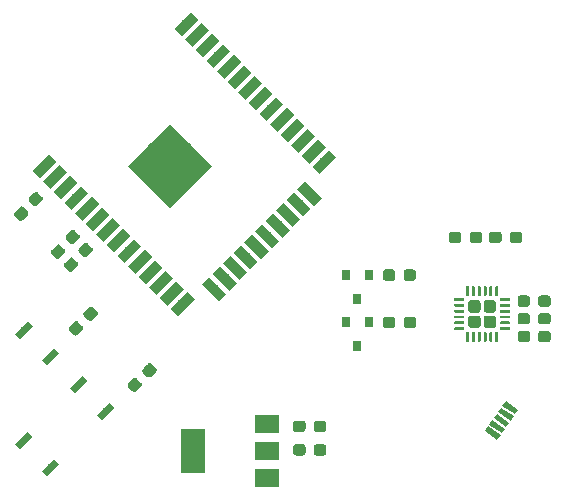
<source format=gbr>
G04 #@! TF.GenerationSoftware,KiCad,Pcbnew,(5.1.4)-1*
G04 #@! TF.CreationDate,2020-04-17T22:35:52+02:00*
G04 #@! TF.ProjectId,Sensorbaustein,53656e73-6f72-4626-9175-737465696e2e,1.7*
G04 #@! TF.SameCoordinates,Original*
G04 #@! TF.FileFunction,Paste,Top*
G04 #@! TF.FilePolarity,Positive*
%FSLAX46Y46*%
G04 Gerber Fmt 4.6, Leading zero omitted, Abs format (unit mm)*
G04 Created by KiCad (PCBNEW (5.1.4)-1) date 2020-04-17 22:35:52*
%MOMM*%
%LPD*%
G04 APERTURE LIST*
%ADD10C,0.100000*%
%ADD11C,0.950000*%
%ADD12C,0.900000*%
%ADD13C,5.000000*%
%ADD14C,0.450000*%
%ADD15R,0.800000X0.900000*%
%ADD16C,1.050000*%
%ADD17C,0.250000*%
%ADD18R,2.000000X3.800000*%
%ADD19R,2.000000X1.500000*%
%ADD20C,0.600000*%
G04 APERTURE END LIST*
D10*
G36*
X122059916Y-104301131D02*
G01*
X122082971Y-104304550D01*
X122105580Y-104310214D01*
X122127524Y-104318066D01*
X122148594Y-104328031D01*
X122168585Y-104340013D01*
X122187305Y-104353897D01*
X122204575Y-104369549D01*
X122540451Y-104705425D01*
X122556103Y-104722695D01*
X122569987Y-104741415D01*
X122581969Y-104761406D01*
X122591934Y-104782476D01*
X122599786Y-104804420D01*
X122605450Y-104827029D01*
X122608869Y-104850084D01*
X122610013Y-104873363D01*
X122608869Y-104896642D01*
X122605450Y-104919697D01*
X122599786Y-104942306D01*
X122591934Y-104964250D01*
X122581969Y-104985320D01*
X122569987Y-105005311D01*
X122556103Y-105024031D01*
X122540451Y-105041301D01*
X122133865Y-105447887D01*
X122116595Y-105463539D01*
X122097875Y-105477423D01*
X122077884Y-105489405D01*
X122056814Y-105499370D01*
X122034870Y-105507222D01*
X122012261Y-105512886D01*
X121989206Y-105516305D01*
X121965927Y-105517449D01*
X121942648Y-105516305D01*
X121919593Y-105512886D01*
X121896984Y-105507222D01*
X121875040Y-105499370D01*
X121853970Y-105489405D01*
X121833979Y-105477423D01*
X121815259Y-105463539D01*
X121797989Y-105447887D01*
X121462113Y-105112011D01*
X121446461Y-105094741D01*
X121432577Y-105076021D01*
X121420595Y-105056030D01*
X121410630Y-105034960D01*
X121402778Y-105013016D01*
X121397114Y-104990407D01*
X121393695Y-104967352D01*
X121392551Y-104944073D01*
X121393695Y-104920794D01*
X121397114Y-104897739D01*
X121402778Y-104875130D01*
X121410630Y-104853186D01*
X121420595Y-104832116D01*
X121432577Y-104812125D01*
X121446461Y-104793405D01*
X121462113Y-104776135D01*
X121868699Y-104369549D01*
X121885969Y-104353897D01*
X121904689Y-104340013D01*
X121924680Y-104328031D01*
X121945750Y-104318066D01*
X121967694Y-104310214D01*
X121990303Y-104304550D01*
X122013358Y-104301131D01*
X122036637Y-104299987D01*
X122059916Y-104301131D01*
X122059916Y-104301131D01*
G37*
D11*
X122001282Y-104908718D03*
D10*
G36*
X123297352Y-103063695D02*
G01*
X123320407Y-103067114D01*
X123343016Y-103072778D01*
X123364960Y-103080630D01*
X123386030Y-103090595D01*
X123406021Y-103102577D01*
X123424741Y-103116461D01*
X123442011Y-103132113D01*
X123777887Y-103467989D01*
X123793539Y-103485259D01*
X123807423Y-103503979D01*
X123819405Y-103523970D01*
X123829370Y-103545040D01*
X123837222Y-103566984D01*
X123842886Y-103589593D01*
X123846305Y-103612648D01*
X123847449Y-103635927D01*
X123846305Y-103659206D01*
X123842886Y-103682261D01*
X123837222Y-103704870D01*
X123829370Y-103726814D01*
X123819405Y-103747884D01*
X123807423Y-103767875D01*
X123793539Y-103786595D01*
X123777887Y-103803865D01*
X123371301Y-104210451D01*
X123354031Y-104226103D01*
X123335311Y-104239987D01*
X123315320Y-104251969D01*
X123294250Y-104261934D01*
X123272306Y-104269786D01*
X123249697Y-104275450D01*
X123226642Y-104278869D01*
X123203363Y-104280013D01*
X123180084Y-104278869D01*
X123157029Y-104275450D01*
X123134420Y-104269786D01*
X123112476Y-104261934D01*
X123091406Y-104251969D01*
X123071415Y-104239987D01*
X123052695Y-104226103D01*
X123035425Y-104210451D01*
X122699549Y-103874575D01*
X122683897Y-103857305D01*
X122670013Y-103838585D01*
X122658031Y-103818594D01*
X122648066Y-103797524D01*
X122640214Y-103775580D01*
X122634550Y-103752971D01*
X122631131Y-103729916D01*
X122629987Y-103706637D01*
X122631131Y-103683358D01*
X122634550Y-103660303D01*
X122640214Y-103637694D01*
X122648066Y-103615750D01*
X122658031Y-103594680D01*
X122670013Y-103574689D01*
X122683897Y-103555969D01*
X122699549Y-103538699D01*
X123106135Y-103132113D01*
X123123405Y-103116461D01*
X123142125Y-103102577D01*
X123162116Y-103090595D01*
X123183186Y-103080630D01*
X123205130Y-103072778D01*
X123227739Y-103067114D01*
X123250794Y-103063695D01*
X123274073Y-103062551D01*
X123297352Y-103063695D01*
X123297352Y-103063695D01*
G37*
D11*
X123238718Y-103671282D03*
D12*
X131773241Y-84552426D03*
D10*
G36*
X131384332Y-85577731D02*
G01*
X130747936Y-84941335D01*
X132162150Y-83527121D01*
X132798546Y-84163517D01*
X131384332Y-85577731D01*
X131384332Y-85577731D01*
G37*
D12*
X132671267Y-85450451D03*
D10*
G36*
X132282358Y-86475756D02*
G01*
X131645962Y-85839360D01*
X133060176Y-84425146D01*
X133696572Y-85061542D01*
X132282358Y-86475756D01*
X132282358Y-86475756D01*
G37*
D12*
X133569292Y-86348477D03*
D10*
G36*
X133180383Y-87373782D02*
G01*
X132543987Y-86737386D01*
X133958201Y-85323172D01*
X134594597Y-85959568D01*
X133180383Y-87373782D01*
X133180383Y-87373782D01*
G37*
D12*
X134467318Y-87246503D03*
D10*
G36*
X134078409Y-88271808D02*
G01*
X133442013Y-87635412D01*
X134856227Y-86221198D01*
X135492623Y-86857594D01*
X134078409Y-88271808D01*
X134078409Y-88271808D01*
G37*
D12*
X135365344Y-88144528D03*
D10*
G36*
X134976435Y-89169833D02*
G01*
X134340039Y-88533437D01*
X135754253Y-87119223D01*
X136390649Y-87755619D01*
X134976435Y-89169833D01*
X134976435Y-89169833D01*
G37*
D12*
X136263369Y-89042554D03*
D10*
G36*
X135874460Y-90067859D02*
G01*
X135238064Y-89431463D01*
X136652278Y-88017249D01*
X137288674Y-88653645D01*
X135874460Y-90067859D01*
X135874460Y-90067859D01*
G37*
D12*
X137161395Y-89940580D03*
D10*
G36*
X136772486Y-90965885D02*
G01*
X136136090Y-90329489D01*
X137550304Y-88915275D01*
X138186700Y-89551671D01*
X136772486Y-90965885D01*
X136772486Y-90965885D01*
G37*
D12*
X138059420Y-90838605D03*
D10*
G36*
X137670511Y-91863910D02*
G01*
X137034115Y-91227514D01*
X138448329Y-89813300D01*
X139084725Y-90449696D01*
X137670511Y-91863910D01*
X137670511Y-91863910D01*
G37*
D12*
X138957446Y-91736631D03*
D10*
G36*
X138568537Y-92761936D02*
G01*
X137932141Y-92125540D01*
X139346355Y-90711326D01*
X139982751Y-91347722D01*
X138568537Y-92761936D01*
X138568537Y-92761936D01*
G37*
D12*
X139855472Y-92634656D03*
D10*
G36*
X139466563Y-93659961D02*
G01*
X138830167Y-93023565D01*
X140244381Y-91609351D01*
X140880777Y-92245747D01*
X139466563Y-93659961D01*
X139466563Y-93659961D01*
G37*
D12*
X140753497Y-93532682D03*
D10*
G36*
X140364588Y-94557987D02*
G01*
X139728192Y-93921591D01*
X141142406Y-92507377D01*
X141778802Y-93143773D01*
X140364588Y-94557987D01*
X140364588Y-94557987D01*
G37*
D12*
X141651523Y-94430708D03*
D10*
G36*
X141262614Y-95456013D02*
G01*
X140626218Y-94819617D01*
X142040432Y-93405403D01*
X142676828Y-94041799D01*
X141262614Y-95456013D01*
X141262614Y-95456013D01*
G37*
D12*
X142549549Y-95328733D03*
D10*
G36*
X142160640Y-96354038D02*
G01*
X141524244Y-95717642D01*
X142938458Y-94303428D01*
X143574854Y-94939824D01*
X142160640Y-96354038D01*
X142160640Y-96354038D01*
G37*
D12*
X143447574Y-96226759D03*
D10*
G36*
X143058665Y-97252064D02*
G01*
X142422269Y-96615668D01*
X143836483Y-95201454D01*
X144472879Y-95837850D01*
X143058665Y-97252064D01*
X143058665Y-97252064D01*
G37*
D12*
X142185389Y-98903158D03*
D10*
G36*
X143210694Y-99292067D02*
G01*
X142574298Y-99928463D01*
X141160084Y-98514249D01*
X141796480Y-97877853D01*
X143210694Y-99292067D01*
X143210694Y-99292067D01*
G37*
D12*
X141287363Y-99801184D03*
D10*
G36*
X142312668Y-100190093D02*
G01*
X141676272Y-100826489D01*
X140262058Y-99412275D01*
X140898454Y-98775879D01*
X142312668Y-100190093D01*
X142312668Y-100190093D01*
G37*
D12*
X140389337Y-100699209D03*
D10*
G36*
X141414642Y-101088118D02*
G01*
X140778246Y-101724514D01*
X139364032Y-100310300D01*
X140000428Y-99673904D01*
X141414642Y-101088118D01*
X141414642Y-101088118D01*
G37*
D12*
X139491312Y-101597235D03*
D10*
G36*
X140516617Y-101986144D02*
G01*
X139880221Y-102622540D01*
X138466007Y-101208326D01*
X139102403Y-100571930D01*
X140516617Y-101986144D01*
X140516617Y-101986144D01*
G37*
D12*
X138593286Y-102495260D03*
D10*
G36*
X139618591Y-102884169D02*
G01*
X138982195Y-103520565D01*
X137567981Y-102106351D01*
X138204377Y-101469955D01*
X139618591Y-102884169D01*
X139618591Y-102884169D01*
G37*
D12*
X137695260Y-103393286D03*
D10*
G36*
X138720565Y-103782195D02*
G01*
X138084169Y-104418591D01*
X136669955Y-103004377D01*
X137306351Y-102367981D01*
X138720565Y-103782195D01*
X138720565Y-103782195D01*
G37*
D12*
X136797235Y-104291312D03*
D10*
G36*
X137822540Y-104680221D02*
G01*
X137186144Y-105316617D01*
X135771930Y-103902403D01*
X136408326Y-103266007D01*
X137822540Y-104680221D01*
X137822540Y-104680221D01*
G37*
D12*
X135899209Y-105189337D03*
D10*
G36*
X136924514Y-105578246D02*
G01*
X136288118Y-106214642D01*
X134873904Y-104800428D01*
X135510300Y-104164032D01*
X136924514Y-105578246D01*
X136924514Y-105578246D01*
G37*
D12*
X135001184Y-106087363D03*
D10*
G36*
X136026489Y-106476272D02*
G01*
X135390093Y-107112668D01*
X133975879Y-105698454D01*
X134612275Y-105062058D01*
X136026489Y-106476272D01*
X136026489Y-106476272D01*
G37*
D12*
X134103158Y-106985389D03*
D10*
G36*
X135128463Y-107374298D02*
G01*
X134492067Y-108010694D01*
X133077853Y-106596480D01*
X133714249Y-105960084D01*
X135128463Y-107374298D01*
X135128463Y-107374298D01*
G37*
D12*
X131426759Y-108247574D03*
D10*
G36*
X131037850Y-109272879D02*
G01*
X130401454Y-108636483D01*
X131815668Y-107222269D01*
X132452064Y-107858665D01*
X131037850Y-109272879D01*
X131037850Y-109272879D01*
G37*
D12*
X130528733Y-107349549D03*
D10*
G36*
X130139824Y-108374854D02*
G01*
X129503428Y-107738458D01*
X130917642Y-106324244D01*
X131554038Y-106960640D01*
X130139824Y-108374854D01*
X130139824Y-108374854D01*
G37*
D12*
X129630708Y-106451523D03*
D10*
G36*
X129241799Y-107476828D02*
G01*
X128605403Y-106840432D01*
X130019617Y-105426218D01*
X130656013Y-106062614D01*
X129241799Y-107476828D01*
X129241799Y-107476828D01*
G37*
D12*
X128732682Y-105553497D03*
D10*
G36*
X128343773Y-106578802D02*
G01*
X127707377Y-105942406D01*
X129121591Y-104528192D01*
X129757987Y-105164588D01*
X128343773Y-106578802D01*
X128343773Y-106578802D01*
G37*
D12*
X127834656Y-104655472D03*
D10*
G36*
X127445747Y-105680777D02*
G01*
X126809351Y-105044381D01*
X128223565Y-103630167D01*
X128859961Y-104266563D01*
X127445747Y-105680777D01*
X127445747Y-105680777D01*
G37*
D12*
X126936631Y-103757446D03*
D10*
G36*
X126547722Y-104782751D02*
G01*
X125911326Y-104146355D01*
X127325540Y-102732141D01*
X127961936Y-103368537D01*
X126547722Y-104782751D01*
X126547722Y-104782751D01*
G37*
D12*
X126038605Y-102859420D03*
D10*
G36*
X125649696Y-103884725D02*
G01*
X125013300Y-103248329D01*
X126427514Y-101834115D01*
X127063910Y-102470511D01*
X125649696Y-103884725D01*
X125649696Y-103884725D01*
G37*
D12*
X125140580Y-101961395D03*
D10*
G36*
X124751671Y-102986700D02*
G01*
X124115275Y-102350304D01*
X125529489Y-100936090D01*
X126165885Y-101572486D01*
X124751671Y-102986700D01*
X124751671Y-102986700D01*
G37*
D12*
X124242554Y-101063369D03*
D10*
G36*
X123853645Y-102088674D02*
G01*
X123217249Y-101452278D01*
X124631463Y-100038064D01*
X125267859Y-100674460D01*
X123853645Y-102088674D01*
X123853645Y-102088674D01*
G37*
D12*
X123344528Y-100165344D03*
D10*
G36*
X122955619Y-101190649D02*
G01*
X122319223Y-100554253D01*
X123733437Y-99140039D01*
X124369833Y-99776435D01*
X122955619Y-101190649D01*
X122955619Y-101190649D01*
G37*
D12*
X122446503Y-99267318D03*
D10*
G36*
X122057594Y-100292623D02*
G01*
X121421198Y-99656227D01*
X122835412Y-98242013D01*
X123471808Y-98878409D01*
X122057594Y-100292623D01*
X122057594Y-100292623D01*
G37*
D12*
X121548477Y-98369292D03*
D10*
G36*
X121159568Y-99394597D02*
G01*
X120523172Y-98758201D01*
X121937386Y-97343987D01*
X122573782Y-97980383D01*
X121159568Y-99394597D01*
X121159568Y-99394597D01*
G37*
D12*
X120650451Y-97471267D03*
D10*
G36*
X120261542Y-98496572D02*
G01*
X119625146Y-97860176D01*
X121039360Y-96445962D01*
X121675756Y-97082358D01*
X120261542Y-98496572D01*
X120261542Y-98496572D01*
G37*
D12*
X119752426Y-96573241D03*
D10*
G36*
X119363517Y-97598546D02*
G01*
X118727121Y-96962150D01*
X120141335Y-95547936D01*
X120777731Y-96184332D01*
X119363517Y-97598546D01*
X119363517Y-97598546D01*
G37*
D13*
X130359028Y-96573241D03*
D10*
G36*
X130359028Y-100108775D02*
G01*
X126823494Y-96573241D01*
X130359028Y-93037707D01*
X133894562Y-96573241D01*
X130359028Y-100108775D01*
X130359028Y-100108775D01*
G37*
D14*
X157697962Y-119175102D03*
D10*
G36*
X158101356Y-119732236D02*
G01*
X157036458Y-118986587D01*
X157294568Y-118617968D01*
X158359466Y-119363617D01*
X158101356Y-119732236D01*
X158101356Y-119732236D01*
G37*
D14*
X158070786Y-118642654D03*
D10*
G36*
X158474180Y-119199788D02*
G01*
X157409282Y-118454139D01*
X157667392Y-118085520D01*
X158732290Y-118831169D01*
X158474180Y-119199788D01*
X158474180Y-119199788D01*
G37*
D14*
X158443611Y-118110205D03*
D10*
G36*
X158847005Y-118667339D02*
G01*
X157782107Y-117921690D01*
X158040217Y-117553071D01*
X159105115Y-118298720D01*
X158847005Y-118667339D01*
X158847005Y-118667339D01*
G37*
D14*
X158816436Y-117577756D03*
D10*
G36*
X159219830Y-118134890D02*
G01*
X158154932Y-117389241D01*
X158413042Y-117020622D01*
X159477940Y-117766271D01*
X159219830Y-118134890D01*
X159219830Y-118134890D01*
G37*
D14*
X159189260Y-117045307D03*
D10*
G36*
X159592654Y-117602441D02*
G01*
X158527756Y-116856792D01*
X158785866Y-116488173D01*
X159850764Y-117233822D01*
X159592654Y-117602441D01*
X159592654Y-117602441D01*
G37*
D15*
X147200000Y-109800000D03*
X145300000Y-109800000D03*
X146250000Y-111800000D03*
X147200000Y-105800000D03*
X145300000Y-105800000D03*
X146250000Y-107800000D03*
D10*
G36*
X156449505Y-109226204D02*
G01*
X156473773Y-109229804D01*
X156497572Y-109235765D01*
X156520671Y-109244030D01*
X156542850Y-109254520D01*
X156563893Y-109267132D01*
X156583599Y-109281747D01*
X156601777Y-109298223D01*
X156618253Y-109316401D01*
X156632868Y-109336107D01*
X156645480Y-109357150D01*
X156655970Y-109379329D01*
X156664235Y-109402428D01*
X156670196Y-109426227D01*
X156673796Y-109450495D01*
X156675000Y-109474999D01*
X156675000Y-110025001D01*
X156673796Y-110049505D01*
X156670196Y-110073773D01*
X156664235Y-110097572D01*
X156655970Y-110120671D01*
X156645480Y-110142850D01*
X156632868Y-110163893D01*
X156618253Y-110183599D01*
X156601777Y-110201777D01*
X156583599Y-110218253D01*
X156563893Y-110232868D01*
X156542850Y-110245480D01*
X156520671Y-110255970D01*
X156497572Y-110264235D01*
X156473773Y-110270196D01*
X156449505Y-110273796D01*
X156425001Y-110275000D01*
X155874999Y-110275000D01*
X155850495Y-110273796D01*
X155826227Y-110270196D01*
X155802428Y-110264235D01*
X155779329Y-110255970D01*
X155757150Y-110245480D01*
X155736107Y-110232868D01*
X155716401Y-110218253D01*
X155698223Y-110201777D01*
X155681747Y-110183599D01*
X155667132Y-110163893D01*
X155654520Y-110142850D01*
X155644030Y-110120671D01*
X155635765Y-110097572D01*
X155629804Y-110073773D01*
X155626204Y-110049505D01*
X155625000Y-110025001D01*
X155625000Y-109474999D01*
X155626204Y-109450495D01*
X155629804Y-109426227D01*
X155635765Y-109402428D01*
X155644030Y-109379329D01*
X155654520Y-109357150D01*
X155667132Y-109336107D01*
X155681747Y-109316401D01*
X155698223Y-109298223D01*
X155716401Y-109281747D01*
X155736107Y-109267132D01*
X155757150Y-109254520D01*
X155779329Y-109244030D01*
X155802428Y-109235765D01*
X155826227Y-109229804D01*
X155850495Y-109226204D01*
X155874999Y-109225000D01*
X156425001Y-109225000D01*
X156449505Y-109226204D01*
X156449505Y-109226204D01*
G37*
D16*
X156150000Y-109750000D03*
D10*
G36*
X157749505Y-109226204D02*
G01*
X157773773Y-109229804D01*
X157797572Y-109235765D01*
X157820671Y-109244030D01*
X157842850Y-109254520D01*
X157863893Y-109267132D01*
X157883599Y-109281747D01*
X157901777Y-109298223D01*
X157918253Y-109316401D01*
X157932868Y-109336107D01*
X157945480Y-109357150D01*
X157955970Y-109379329D01*
X157964235Y-109402428D01*
X157970196Y-109426227D01*
X157973796Y-109450495D01*
X157975000Y-109474999D01*
X157975000Y-110025001D01*
X157973796Y-110049505D01*
X157970196Y-110073773D01*
X157964235Y-110097572D01*
X157955970Y-110120671D01*
X157945480Y-110142850D01*
X157932868Y-110163893D01*
X157918253Y-110183599D01*
X157901777Y-110201777D01*
X157883599Y-110218253D01*
X157863893Y-110232868D01*
X157842850Y-110245480D01*
X157820671Y-110255970D01*
X157797572Y-110264235D01*
X157773773Y-110270196D01*
X157749505Y-110273796D01*
X157725001Y-110275000D01*
X157174999Y-110275000D01*
X157150495Y-110273796D01*
X157126227Y-110270196D01*
X157102428Y-110264235D01*
X157079329Y-110255970D01*
X157057150Y-110245480D01*
X157036107Y-110232868D01*
X157016401Y-110218253D01*
X156998223Y-110201777D01*
X156981747Y-110183599D01*
X156967132Y-110163893D01*
X156954520Y-110142850D01*
X156944030Y-110120671D01*
X156935765Y-110097572D01*
X156929804Y-110073773D01*
X156926204Y-110049505D01*
X156925000Y-110025001D01*
X156925000Y-109474999D01*
X156926204Y-109450495D01*
X156929804Y-109426227D01*
X156935765Y-109402428D01*
X156944030Y-109379329D01*
X156954520Y-109357150D01*
X156967132Y-109336107D01*
X156981747Y-109316401D01*
X156998223Y-109298223D01*
X157016401Y-109281747D01*
X157036107Y-109267132D01*
X157057150Y-109254520D01*
X157079329Y-109244030D01*
X157102428Y-109235765D01*
X157126227Y-109229804D01*
X157150495Y-109226204D01*
X157174999Y-109225000D01*
X157725001Y-109225000D01*
X157749505Y-109226204D01*
X157749505Y-109226204D01*
G37*
D16*
X157450000Y-109750000D03*
D10*
G36*
X156449505Y-107926204D02*
G01*
X156473773Y-107929804D01*
X156497572Y-107935765D01*
X156520671Y-107944030D01*
X156542850Y-107954520D01*
X156563893Y-107967132D01*
X156583599Y-107981747D01*
X156601777Y-107998223D01*
X156618253Y-108016401D01*
X156632868Y-108036107D01*
X156645480Y-108057150D01*
X156655970Y-108079329D01*
X156664235Y-108102428D01*
X156670196Y-108126227D01*
X156673796Y-108150495D01*
X156675000Y-108174999D01*
X156675000Y-108725001D01*
X156673796Y-108749505D01*
X156670196Y-108773773D01*
X156664235Y-108797572D01*
X156655970Y-108820671D01*
X156645480Y-108842850D01*
X156632868Y-108863893D01*
X156618253Y-108883599D01*
X156601777Y-108901777D01*
X156583599Y-108918253D01*
X156563893Y-108932868D01*
X156542850Y-108945480D01*
X156520671Y-108955970D01*
X156497572Y-108964235D01*
X156473773Y-108970196D01*
X156449505Y-108973796D01*
X156425001Y-108975000D01*
X155874999Y-108975000D01*
X155850495Y-108973796D01*
X155826227Y-108970196D01*
X155802428Y-108964235D01*
X155779329Y-108955970D01*
X155757150Y-108945480D01*
X155736107Y-108932868D01*
X155716401Y-108918253D01*
X155698223Y-108901777D01*
X155681747Y-108883599D01*
X155667132Y-108863893D01*
X155654520Y-108842850D01*
X155644030Y-108820671D01*
X155635765Y-108797572D01*
X155629804Y-108773773D01*
X155626204Y-108749505D01*
X155625000Y-108725001D01*
X155625000Y-108174999D01*
X155626204Y-108150495D01*
X155629804Y-108126227D01*
X155635765Y-108102428D01*
X155644030Y-108079329D01*
X155654520Y-108057150D01*
X155667132Y-108036107D01*
X155681747Y-108016401D01*
X155698223Y-107998223D01*
X155716401Y-107981747D01*
X155736107Y-107967132D01*
X155757150Y-107954520D01*
X155779329Y-107944030D01*
X155802428Y-107935765D01*
X155826227Y-107929804D01*
X155850495Y-107926204D01*
X155874999Y-107925000D01*
X156425001Y-107925000D01*
X156449505Y-107926204D01*
X156449505Y-107926204D01*
G37*
D16*
X156150000Y-108450000D03*
D10*
G36*
X157749505Y-107926204D02*
G01*
X157773773Y-107929804D01*
X157797572Y-107935765D01*
X157820671Y-107944030D01*
X157842850Y-107954520D01*
X157863893Y-107967132D01*
X157883599Y-107981747D01*
X157901777Y-107998223D01*
X157918253Y-108016401D01*
X157932868Y-108036107D01*
X157945480Y-108057150D01*
X157955970Y-108079329D01*
X157964235Y-108102428D01*
X157970196Y-108126227D01*
X157973796Y-108150495D01*
X157975000Y-108174999D01*
X157975000Y-108725001D01*
X157973796Y-108749505D01*
X157970196Y-108773773D01*
X157964235Y-108797572D01*
X157955970Y-108820671D01*
X157945480Y-108842850D01*
X157932868Y-108863893D01*
X157918253Y-108883599D01*
X157901777Y-108901777D01*
X157883599Y-108918253D01*
X157863893Y-108932868D01*
X157842850Y-108945480D01*
X157820671Y-108955970D01*
X157797572Y-108964235D01*
X157773773Y-108970196D01*
X157749505Y-108973796D01*
X157725001Y-108975000D01*
X157174999Y-108975000D01*
X157150495Y-108973796D01*
X157126227Y-108970196D01*
X157102428Y-108964235D01*
X157079329Y-108955970D01*
X157057150Y-108945480D01*
X157036107Y-108932868D01*
X157016401Y-108918253D01*
X156998223Y-108901777D01*
X156981747Y-108883599D01*
X156967132Y-108863893D01*
X156954520Y-108842850D01*
X156944030Y-108820671D01*
X156935765Y-108797572D01*
X156929804Y-108773773D01*
X156926204Y-108749505D01*
X156925000Y-108725001D01*
X156925000Y-108174999D01*
X156926204Y-108150495D01*
X156929804Y-108126227D01*
X156935765Y-108102428D01*
X156944030Y-108079329D01*
X156954520Y-108057150D01*
X156967132Y-108036107D01*
X156981747Y-108016401D01*
X156998223Y-107998223D01*
X157016401Y-107981747D01*
X157036107Y-107967132D01*
X157057150Y-107954520D01*
X157079329Y-107944030D01*
X157102428Y-107935765D01*
X157126227Y-107929804D01*
X157150495Y-107926204D01*
X157174999Y-107925000D01*
X157725001Y-107925000D01*
X157749505Y-107926204D01*
X157749505Y-107926204D01*
G37*
D16*
X157450000Y-108450000D03*
D10*
G36*
X155618626Y-110625301D02*
G01*
X155624693Y-110626201D01*
X155630643Y-110627691D01*
X155636418Y-110629758D01*
X155641962Y-110632380D01*
X155647223Y-110635533D01*
X155652150Y-110639187D01*
X155656694Y-110643306D01*
X155660813Y-110647850D01*
X155664467Y-110652777D01*
X155667620Y-110658038D01*
X155670242Y-110663582D01*
X155672309Y-110669357D01*
X155673799Y-110675307D01*
X155674699Y-110681374D01*
X155675000Y-110687500D01*
X155675000Y-111387500D01*
X155674699Y-111393626D01*
X155673799Y-111399693D01*
X155672309Y-111405643D01*
X155670242Y-111411418D01*
X155667620Y-111416962D01*
X155664467Y-111422223D01*
X155660813Y-111427150D01*
X155656694Y-111431694D01*
X155652150Y-111435813D01*
X155647223Y-111439467D01*
X155641962Y-111442620D01*
X155636418Y-111445242D01*
X155630643Y-111447309D01*
X155624693Y-111448799D01*
X155618626Y-111449699D01*
X155612500Y-111450000D01*
X155487500Y-111450000D01*
X155481374Y-111449699D01*
X155475307Y-111448799D01*
X155469357Y-111447309D01*
X155463582Y-111445242D01*
X155458038Y-111442620D01*
X155452777Y-111439467D01*
X155447850Y-111435813D01*
X155443306Y-111431694D01*
X155439187Y-111427150D01*
X155435533Y-111422223D01*
X155432380Y-111416962D01*
X155429758Y-111411418D01*
X155427691Y-111405643D01*
X155426201Y-111399693D01*
X155425301Y-111393626D01*
X155425000Y-111387500D01*
X155425000Y-110687500D01*
X155425301Y-110681374D01*
X155426201Y-110675307D01*
X155427691Y-110669357D01*
X155429758Y-110663582D01*
X155432380Y-110658038D01*
X155435533Y-110652777D01*
X155439187Y-110647850D01*
X155443306Y-110643306D01*
X155447850Y-110639187D01*
X155452777Y-110635533D01*
X155458038Y-110632380D01*
X155463582Y-110629758D01*
X155469357Y-110627691D01*
X155475307Y-110626201D01*
X155481374Y-110625301D01*
X155487500Y-110625000D01*
X155612500Y-110625000D01*
X155618626Y-110625301D01*
X155618626Y-110625301D01*
G37*
D17*
X155550000Y-111037500D03*
D10*
G36*
X156118626Y-110625301D02*
G01*
X156124693Y-110626201D01*
X156130643Y-110627691D01*
X156136418Y-110629758D01*
X156141962Y-110632380D01*
X156147223Y-110635533D01*
X156152150Y-110639187D01*
X156156694Y-110643306D01*
X156160813Y-110647850D01*
X156164467Y-110652777D01*
X156167620Y-110658038D01*
X156170242Y-110663582D01*
X156172309Y-110669357D01*
X156173799Y-110675307D01*
X156174699Y-110681374D01*
X156175000Y-110687500D01*
X156175000Y-111387500D01*
X156174699Y-111393626D01*
X156173799Y-111399693D01*
X156172309Y-111405643D01*
X156170242Y-111411418D01*
X156167620Y-111416962D01*
X156164467Y-111422223D01*
X156160813Y-111427150D01*
X156156694Y-111431694D01*
X156152150Y-111435813D01*
X156147223Y-111439467D01*
X156141962Y-111442620D01*
X156136418Y-111445242D01*
X156130643Y-111447309D01*
X156124693Y-111448799D01*
X156118626Y-111449699D01*
X156112500Y-111450000D01*
X155987500Y-111450000D01*
X155981374Y-111449699D01*
X155975307Y-111448799D01*
X155969357Y-111447309D01*
X155963582Y-111445242D01*
X155958038Y-111442620D01*
X155952777Y-111439467D01*
X155947850Y-111435813D01*
X155943306Y-111431694D01*
X155939187Y-111427150D01*
X155935533Y-111422223D01*
X155932380Y-111416962D01*
X155929758Y-111411418D01*
X155927691Y-111405643D01*
X155926201Y-111399693D01*
X155925301Y-111393626D01*
X155925000Y-111387500D01*
X155925000Y-110687500D01*
X155925301Y-110681374D01*
X155926201Y-110675307D01*
X155927691Y-110669357D01*
X155929758Y-110663582D01*
X155932380Y-110658038D01*
X155935533Y-110652777D01*
X155939187Y-110647850D01*
X155943306Y-110643306D01*
X155947850Y-110639187D01*
X155952777Y-110635533D01*
X155958038Y-110632380D01*
X155963582Y-110629758D01*
X155969357Y-110627691D01*
X155975307Y-110626201D01*
X155981374Y-110625301D01*
X155987500Y-110625000D01*
X156112500Y-110625000D01*
X156118626Y-110625301D01*
X156118626Y-110625301D01*
G37*
D17*
X156050000Y-111037500D03*
D10*
G36*
X156618626Y-110625301D02*
G01*
X156624693Y-110626201D01*
X156630643Y-110627691D01*
X156636418Y-110629758D01*
X156641962Y-110632380D01*
X156647223Y-110635533D01*
X156652150Y-110639187D01*
X156656694Y-110643306D01*
X156660813Y-110647850D01*
X156664467Y-110652777D01*
X156667620Y-110658038D01*
X156670242Y-110663582D01*
X156672309Y-110669357D01*
X156673799Y-110675307D01*
X156674699Y-110681374D01*
X156675000Y-110687500D01*
X156675000Y-111387500D01*
X156674699Y-111393626D01*
X156673799Y-111399693D01*
X156672309Y-111405643D01*
X156670242Y-111411418D01*
X156667620Y-111416962D01*
X156664467Y-111422223D01*
X156660813Y-111427150D01*
X156656694Y-111431694D01*
X156652150Y-111435813D01*
X156647223Y-111439467D01*
X156641962Y-111442620D01*
X156636418Y-111445242D01*
X156630643Y-111447309D01*
X156624693Y-111448799D01*
X156618626Y-111449699D01*
X156612500Y-111450000D01*
X156487500Y-111450000D01*
X156481374Y-111449699D01*
X156475307Y-111448799D01*
X156469357Y-111447309D01*
X156463582Y-111445242D01*
X156458038Y-111442620D01*
X156452777Y-111439467D01*
X156447850Y-111435813D01*
X156443306Y-111431694D01*
X156439187Y-111427150D01*
X156435533Y-111422223D01*
X156432380Y-111416962D01*
X156429758Y-111411418D01*
X156427691Y-111405643D01*
X156426201Y-111399693D01*
X156425301Y-111393626D01*
X156425000Y-111387500D01*
X156425000Y-110687500D01*
X156425301Y-110681374D01*
X156426201Y-110675307D01*
X156427691Y-110669357D01*
X156429758Y-110663582D01*
X156432380Y-110658038D01*
X156435533Y-110652777D01*
X156439187Y-110647850D01*
X156443306Y-110643306D01*
X156447850Y-110639187D01*
X156452777Y-110635533D01*
X156458038Y-110632380D01*
X156463582Y-110629758D01*
X156469357Y-110627691D01*
X156475307Y-110626201D01*
X156481374Y-110625301D01*
X156487500Y-110625000D01*
X156612500Y-110625000D01*
X156618626Y-110625301D01*
X156618626Y-110625301D01*
G37*
D17*
X156550000Y-111037500D03*
D10*
G36*
X157118626Y-110625301D02*
G01*
X157124693Y-110626201D01*
X157130643Y-110627691D01*
X157136418Y-110629758D01*
X157141962Y-110632380D01*
X157147223Y-110635533D01*
X157152150Y-110639187D01*
X157156694Y-110643306D01*
X157160813Y-110647850D01*
X157164467Y-110652777D01*
X157167620Y-110658038D01*
X157170242Y-110663582D01*
X157172309Y-110669357D01*
X157173799Y-110675307D01*
X157174699Y-110681374D01*
X157175000Y-110687500D01*
X157175000Y-111387500D01*
X157174699Y-111393626D01*
X157173799Y-111399693D01*
X157172309Y-111405643D01*
X157170242Y-111411418D01*
X157167620Y-111416962D01*
X157164467Y-111422223D01*
X157160813Y-111427150D01*
X157156694Y-111431694D01*
X157152150Y-111435813D01*
X157147223Y-111439467D01*
X157141962Y-111442620D01*
X157136418Y-111445242D01*
X157130643Y-111447309D01*
X157124693Y-111448799D01*
X157118626Y-111449699D01*
X157112500Y-111450000D01*
X156987500Y-111450000D01*
X156981374Y-111449699D01*
X156975307Y-111448799D01*
X156969357Y-111447309D01*
X156963582Y-111445242D01*
X156958038Y-111442620D01*
X156952777Y-111439467D01*
X156947850Y-111435813D01*
X156943306Y-111431694D01*
X156939187Y-111427150D01*
X156935533Y-111422223D01*
X156932380Y-111416962D01*
X156929758Y-111411418D01*
X156927691Y-111405643D01*
X156926201Y-111399693D01*
X156925301Y-111393626D01*
X156925000Y-111387500D01*
X156925000Y-110687500D01*
X156925301Y-110681374D01*
X156926201Y-110675307D01*
X156927691Y-110669357D01*
X156929758Y-110663582D01*
X156932380Y-110658038D01*
X156935533Y-110652777D01*
X156939187Y-110647850D01*
X156943306Y-110643306D01*
X156947850Y-110639187D01*
X156952777Y-110635533D01*
X156958038Y-110632380D01*
X156963582Y-110629758D01*
X156969357Y-110627691D01*
X156975307Y-110626201D01*
X156981374Y-110625301D01*
X156987500Y-110625000D01*
X157112500Y-110625000D01*
X157118626Y-110625301D01*
X157118626Y-110625301D01*
G37*
D17*
X157050000Y-111037500D03*
D10*
G36*
X157618626Y-110625301D02*
G01*
X157624693Y-110626201D01*
X157630643Y-110627691D01*
X157636418Y-110629758D01*
X157641962Y-110632380D01*
X157647223Y-110635533D01*
X157652150Y-110639187D01*
X157656694Y-110643306D01*
X157660813Y-110647850D01*
X157664467Y-110652777D01*
X157667620Y-110658038D01*
X157670242Y-110663582D01*
X157672309Y-110669357D01*
X157673799Y-110675307D01*
X157674699Y-110681374D01*
X157675000Y-110687500D01*
X157675000Y-111387500D01*
X157674699Y-111393626D01*
X157673799Y-111399693D01*
X157672309Y-111405643D01*
X157670242Y-111411418D01*
X157667620Y-111416962D01*
X157664467Y-111422223D01*
X157660813Y-111427150D01*
X157656694Y-111431694D01*
X157652150Y-111435813D01*
X157647223Y-111439467D01*
X157641962Y-111442620D01*
X157636418Y-111445242D01*
X157630643Y-111447309D01*
X157624693Y-111448799D01*
X157618626Y-111449699D01*
X157612500Y-111450000D01*
X157487500Y-111450000D01*
X157481374Y-111449699D01*
X157475307Y-111448799D01*
X157469357Y-111447309D01*
X157463582Y-111445242D01*
X157458038Y-111442620D01*
X157452777Y-111439467D01*
X157447850Y-111435813D01*
X157443306Y-111431694D01*
X157439187Y-111427150D01*
X157435533Y-111422223D01*
X157432380Y-111416962D01*
X157429758Y-111411418D01*
X157427691Y-111405643D01*
X157426201Y-111399693D01*
X157425301Y-111393626D01*
X157425000Y-111387500D01*
X157425000Y-110687500D01*
X157425301Y-110681374D01*
X157426201Y-110675307D01*
X157427691Y-110669357D01*
X157429758Y-110663582D01*
X157432380Y-110658038D01*
X157435533Y-110652777D01*
X157439187Y-110647850D01*
X157443306Y-110643306D01*
X157447850Y-110639187D01*
X157452777Y-110635533D01*
X157458038Y-110632380D01*
X157463582Y-110629758D01*
X157469357Y-110627691D01*
X157475307Y-110626201D01*
X157481374Y-110625301D01*
X157487500Y-110625000D01*
X157612500Y-110625000D01*
X157618626Y-110625301D01*
X157618626Y-110625301D01*
G37*
D17*
X157550000Y-111037500D03*
D10*
G36*
X158118626Y-110625301D02*
G01*
X158124693Y-110626201D01*
X158130643Y-110627691D01*
X158136418Y-110629758D01*
X158141962Y-110632380D01*
X158147223Y-110635533D01*
X158152150Y-110639187D01*
X158156694Y-110643306D01*
X158160813Y-110647850D01*
X158164467Y-110652777D01*
X158167620Y-110658038D01*
X158170242Y-110663582D01*
X158172309Y-110669357D01*
X158173799Y-110675307D01*
X158174699Y-110681374D01*
X158175000Y-110687500D01*
X158175000Y-111387500D01*
X158174699Y-111393626D01*
X158173799Y-111399693D01*
X158172309Y-111405643D01*
X158170242Y-111411418D01*
X158167620Y-111416962D01*
X158164467Y-111422223D01*
X158160813Y-111427150D01*
X158156694Y-111431694D01*
X158152150Y-111435813D01*
X158147223Y-111439467D01*
X158141962Y-111442620D01*
X158136418Y-111445242D01*
X158130643Y-111447309D01*
X158124693Y-111448799D01*
X158118626Y-111449699D01*
X158112500Y-111450000D01*
X157987500Y-111450000D01*
X157981374Y-111449699D01*
X157975307Y-111448799D01*
X157969357Y-111447309D01*
X157963582Y-111445242D01*
X157958038Y-111442620D01*
X157952777Y-111439467D01*
X157947850Y-111435813D01*
X157943306Y-111431694D01*
X157939187Y-111427150D01*
X157935533Y-111422223D01*
X157932380Y-111416962D01*
X157929758Y-111411418D01*
X157927691Y-111405643D01*
X157926201Y-111399693D01*
X157925301Y-111393626D01*
X157925000Y-111387500D01*
X157925000Y-110687500D01*
X157925301Y-110681374D01*
X157926201Y-110675307D01*
X157927691Y-110669357D01*
X157929758Y-110663582D01*
X157932380Y-110658038D01*
X157935533Y-110652777D01*
X157939187Y-110647850D01*
X157943306Y-110643306D01*
X157947850Y-110639187D01*
X157952777Y-110635533D01*
X157958038Y-110632380D01*
X157963582Y-110629758D01*
X157969357Y-110627691D01*
X157975307Y-110626201D01*
X157981374Y-110625301D01*
X157987500Y-110625000D01*
X158112500Y-110625000D01*
X158118626Y-110625301D01*
X158118626Y-110625301D01*
G37*
D17*
X158050000Y-111037500D03*
D10*
G36*
X159093626Y-110225301D02*
G01*
X159099693Y-110226201D01*
X159105643Y-110227691D01*
X159111418Y-110229758D01*
X159116962Y-110232380D01*
X159122223Y-110235533D01*
X159127150Y-110239187D01*
X159131694Y-110243306D01*
X159135813Y-110247850D01*
X159139467Y-110252777D01*
X159142620Y-110258038D01*
X159145242Y-110263582D01*
X159147309Y-110269357D01*
X159148799Y-110275307D01*
X159149699Y-110281374D01*
X159150000Y-110287500D01*
X159150000Y-110412500D01*
X159149699Y-110418626D01*
X159148799Y-110424693D01*
X159147309Y-110430643D01*
X159145242Y-110436418D01*
X159142620Y-110441962D01*
X159139467Y-110447223D01*
X159135813Y-110452150D01*
X159131694Y-110456694D01*
X159127150Y-110460813D01*
X159122223Y-110464467D01*
X159116962Y-110467620D01*
X159111418Y-110470242D01*
X159105643Y-110472309D01*
X159099693Y-110473799D01*
X159093626Y-110474699D01*
X159087500Y-110475000D01*
X158387500Y-110475000D01*
X158381374Y-110474699D01*
X158375307Y-110473799D01*
X158369357Y-110472309D01*
X158363582Y-110470242D01*
X158358038Y-110467620D01*
X158352777Y-110464467D01*
X158347850Y-110460813D01*
X158343306Y-110456694D01*
X158339187Y-110452150D01*
X158335533Y-110447223D01*
X158332380Y-110441962D01*
X158329758Y-110436418D01*
X158327691Y-110430643D01*
X158326201Y-110424693D01*
X158325301Y-110418626D01*
X158325000Y-110412500D01*
X158325000Y-110287500D01*
X158325301Y-110281374D01*
X158326201Y-110275307D01*
X158327691Y-110269357D01*
X158329758Y-110263582D01*
X158332380Y-110258038D01*
X158335533Y-110252777D01*
X158339187Y-110247850D01*
X158343306Y-110243306D01*
X158347850Y-110239187D01*
X158352777Y-110235533D01*
X158358038Y-110232380D01*
X158363582Y-110229758D01*
X158369357Y-110227691D01*
X158375307Y-110226201D01*
X158381374Y-110225301D01*
X158387500Y-110225000D01*
X159087500Y-110225000D01*
X159093626Y-110225301D01*
X159093626Y-110225301D01*
G37*
D17*
X158737500Y-110350000D03*
D10*
G36*
X159093626Y-109725301D02*
G01*
X159099693Y-109726201D01*
X159105643Y-109727691D01*
X159111418Y-109729758D01*
X159116962Y-109732380D01*
X159122223Y-109735533D01*
X159127150Y-109739187D01*
X159131694Y-109743306D01*
X159135813Y-109747850D01*
X159139467Y-109752777D01*
X159142620Y-109758038D01*
X159145242Y-109763582D01*
X159147309Y-109769357D01*
X159148799Y-109775307D01*
X159149699Y-109781374D01*
X159150000Y-109787500D01*
X159150000Y-109912500D01*
X159149699Y-109918626D01*
X159148799Y-109924693D01*
X159147309Y-109930643D01*
X159145242Y-109936418D01*
X159142620Y-109941962D01*
X159139467Y-109947223D01*
X159135813Y-109952150D01*
X159131694Y-109956694D01*
X159127150Y-109960813D01*
X159122223Y-109964467D01*
X159116962Y-109967620D01*
X159111418Y-109970242D01*
X159105643Y-109972309D01*
X159099693Y-109973799D01*
X159093626Y-109974699D01*
X159087500Y-109975000D01*
X158387500Y-109975000D01*
X158381374Y-109974699D01*
X158375307Y-109973799D01*
X158369357Y-109972309D01*
X158363582Y-109970242D01*
X158358038Y-109967620D01*
X158352777Y-109964467D01*
X158347850Y-109960813D01*
X158343306Y-109956694D01*
X158339187Y-109952150D01*
X158335533Y-109947223D01*
X158332380Y-109941962D01*
X158329758Y-109936418D01*
X158327691Y-109930643D01*
X158326201Y-109924693D01*
X158325301Y-109918626D01*
X158325000Y-109912500D01*
X158325000Y-109787500D01*
X158325301Y-109781374D01*
X158326201Y-109775307D01*
X158327691Y-109769357D01*
X158329758Y-109763582D01*
X158332380Y-109758038D01*
X158335533Y-109752777D01*
X158339187Y-109747850D01*
X158343306Y-109743306D01*
X158347850Y-109739187D01*
X158352777Y-109735533D01*
X158358038Y-109732380D01*
X158363582Y-109729758D01*
X158369357Y-109727691D01*
X158375307Y-109726201D01*
X158381374Y-109725301D01*
X158387500Y-109725000D01*
X159087500Y-109725000D01*
X159093626Y-109725301D01*
X159093626Y-109725301D01*
G37*
D17*
X158737500Y-109850000D03*
D10*
G36*
X159093626Y-109225301D02*
G01*
X159099693Y-109226201D01*
X159105643Y-109227691D01*
X159111418Y-109229758D01*
X159116962Y-109232380D01*
X159122223Y-109235533D01*
X159127150Y-109239187D01*
X159131694Y-109243306D01*
X159135813Y-109247850D01*
X159139467Y-109252777D01*
X159142620Y-109258038D01*
X159145242Y-109263582D01*
X159147309Y-109269357D01*
X159148799Y-109275307D01*
X159149699Y-109281374D01*
X159150000Y-109287500D01*
X159150000Y-109412500D01*
X159149699Y-109418626D01*
X159148799Y-109424693D01*
X159147309Y-109430643D01*
X159145242Y-109436418D01*
X159142620Y-109441962D01*
X159139467Y-109447223D01*
X159135813Y-109452150D01*
X159131694Y-109456694D01*
X159127150Y-109460813D01*
X159122223Y-109464467D01*
X159116962Y-109467620D01*
X159111418Y-109470242D01*
X159105643Y-109472309D01*
X159099693Y-109473799D01*
X159093626Y-109474699D01*
X159087500Y-109475000D01*
X158387500Y-109475000D01*
X158381374Y-109474699D01*
X158375307Y-109473799D01*
X158369357Y-109472309D01*
X158363582Y-109470242D01*
X158358038Y-109467620D01*
X158352777Y-109464467D01*
X158347850Y-109460813D01*
X158343306Y-109456694D01*
X158339187Y-109452150D01*
X158335533Y-109447223D01*
X158332380Y-109441962D01*
X158329758Y-109436418D01*
X158327691Y-109430643D01*
X158326201Y-109424693D01*
X158325301Y-109418626D01*
X158325000Y-109412500D01*
X158325000Y-109287500D01*
X158325301Y-109281374D01*
X158326201Y-109275307D01*
X158327691Y-109269357D01*
X158329758Y-109263582D01*
X158332380Y-109258038D01*
X158335533Y-109252777D01*
X158339187Y-109247850D01*
X158343306Y-109243306D01*
X158347850Y-109239187D01*
X158352777Y-109235533D01*
X158358038Y-109232380D01*
X158363582Y-109229758D01*
X158369357Y-109227691D01*
X158375307Y-109226201D01*
X158381374Y-109225301D01*
X158387500Y-109225000D01*
X159087500Y-109225000D01*
X159093626Y-109225301D01*
X159093626Y-109225301D01*
G37*
D17*
X158737500Y-109350000D03*
D10*
G36*
X159093626Y-108725301D02*
G01*
X159099693Y-108726201D01*
X159105643Y-108727691D01*
X159111418Y-108729758D01*
X159116962Y-108732380D01*
X159122223Y-108735533D01*
X159127150Y-108739187D01*
X159131694Y-108743306D01*
X159135813Y-108747850D01*
X159139467Y-108752777D01*
X159142620Y-108758038D01*
X159145242Y-108763582D01*
X159147309Y-108769357D01*
X159148799Y-108775307D01*
X159149699Y-108781374D01*
X159150000Y-108787500D01*
X159150000Y-108912500D01*
X159149699Y-108918626D01*
X159148799Y-108924693D01*
X159147309Y-108930643D01*
X159145242Y-108936418D01*
X159142620Y-108941962D01*
X159139467Y-108947223D01*
X159135813Y-108952150D01*
X159131694Y-108956694D01*
X159127150Y-108960813D01*
X159122223Y-108964467D01*
X159116962Y-108967620D01*
X159111418Y-108970242D01*
X159105643Y-108972309D01*
X159099693Y-108973799D01*
X159093626Y-108974699D01*
X159087500Y-108975000D01*
X158387500Y-108975000D01*
X158381374Y-108974699D01*
X158375307Y-108973799D01*
X158369357Y-108972309D01*
X158363582Y-108970242D01*
X158358038Y-108967620D01*
X158352777Y-108964467D01*
X158347850Y-108960813D01*
X158343306Y-108956694D01*
X158339187Y-108952150D01*
X158335533Y-108947223D01*
X158332380Y-108941962D01*
X158329758Y-108936418D01*
X158327691Y-108930643D01*
X158326201Y-108924693D01*
X158325301Y-108918626D01*
X158325000Y-108912500D01*
X158325000Y-108787500D01*
X158325301Y-108781374D01*
X158326201Y-108775307D01*
X158327691Y-108769357D01*
X158329758Y-108763582D01*
X158332380Y-108758038D01*
X158335533Y-108752777D01*
X158339187Y-108747850D01*
X158343306Y-108743306D01*
X158347850Y-108739187D01*
X158352777Y-108735533D01*
X158358038Y-108732380D01*
X158363582Y-108729758D01*
X158369357Y-108727691D01*
X158375307Y-108726201D01*
X158381374Y-108725301D01*
X158387500Y-108725000D01*
X159087500Y-108725000D01*
X159093626Y-108725301D01*
X159093626Y-108725301D01*
G37*
D17*
X158737500Y-108850000D03*
D10*
G36*
X159093626Y-108225301D02*
G01*
X159099693Y-108226201D01*
X159105643Y-108227691D01*
X159111418Y-108229758D01*
X159116962Y-108232380D01*
X159122223Y-108235533D01*
X159127150Y-108239187D01*
X159131694Y-108243306D01*
X159135813Y-108247850D01*
X159139467Y-108252777D01*
X159142620Y-108258038D01*
X159145242Y-108263582D01*
X159147309Y-108269357D01*
X159148799Y-108275307D01*
X159149699Y-108281374D01*
X159150000Y-108287500D01*
X159150000Y-108412500D01*
X159149699Y-108418626D01*
X159148799Y-108424693D01*
X159147309Y-108430643D01*
X159145242Y-108436418D01*
X159142620Y-108441962D01*
X159139467Y-108447223D01*
X159135813Y-108452150D01*
X159131694Y-108456694D01*
X159127150Y-108460813D01*
X159122223Y-108464467D01*
X159116962Y-108467620D01*
X159111418Y-108470242D01*
X159105643Y-108472309D01*
X159099693Y-108473799D01*
X159093626Y-108474699D01*
X159087500Y-108475000D01*
X158387500Y-108475000D01*
X158381374Y-108474699D01*
X158375307Y-108473799D01*
X158369357Y-108472309D01*
X158363582Y-108470242D01*
X158358038Y-108467620D01*
X158352777Y-108464467D01*
X158347850Y-108460813D01*
X158343306Y-108456694D01*
X158339187Y-108452150D01*
X158335533Y-108447223D01*
X158332380Y-108441962D01*
X158329758Y-108436418D01*
X158327691Y-108430643D01*
X158326201Y-108424693D01*
X158325301Y-108418626D01*
X158325000Y-108412500D01*
X158325000Y-108287500D01*
X158325301Y-108281374D01*
X158326201Y-108275307D01*
X158327691Y-108269357D01*
X158329758Y-108263582D01*
X158332380Y-108258038D01*
X158335533Y-108252777D01*
X158339187Y-108247850D01*
X158343306Y-108243306D01*
X158347850Y-108239187D01*
X158352777Y-108235533D01*
X158358038Y-108232380D01*
X158363582Y-108229758D01*
X158369357Y-108227691D01*
X158375307Y-108226201D01*
X158381374Y-108225301D01*
X158387500Y-108225000D01*
X159087500Y-108225000D01*
X159093626Y-108225301D01*
X159093626Y-108225301D01*
G37*
D17*
X158737500Y-108350000D03*
D10*
G36*
X159093626Y-107725301D02*
G01*
X159099693Y-107726201D01*
X159105643Y-107727691D01*
X159111418Y-107729758D01*
X159116962Y-107732380D01*
X159122223Y-107735533D01*
X159127150Y-107739187D01*
X159131694Y-107743306D01*
X159135813Y-107747850D01*
X159139467Y-107752777D01*
X159142620Y-107758038D01*
X159145242Y-107763582D01*
X159147309Y-107769357D01*
X159148799Y-107775307D01*
X159149699Y-107781374D01*
X159150000Y-107787500D01*
X159150000Y-107912500D01*
X159149699Y-107918626D01*
X159148799Y-107924693D01*
X159147309Y-107930643D01*
X159145242Y-107936418D01*
X159142620Y-107941962D01*
X159139467Y-107947223D01*
X159135813Y-107952150D01*
X159131694Y-107956694D01*
X159127150Y-107960813D01*
X159122223Y-107964467D01*
X159116962Y-107967620D01*
X159111418Y-107970242D01*
X159105643Y-107972309D01*
X159099693Y-107973799D01*
X159093626Y-107974699D01*
X159087500Y-107975000D01*
X158387500Y-107975000D01*
X158381374Y-107974699D01*
X158375307Y-107973799D01*
X158369357Y-107972309D01*
X158363582Y-107970242D01*
X158358038Y-107967620D01*
X158352777Y-107964467D01*
X158347850Y-107960813D01*
X158343306Y-107956694D01*
X158339187Y-107952150D01*
X158335533Y-107947223D01*
X158332380Y-107941962D01*
X158329758Y-107936418D01*
X158327691Y-107930643D01*
X158326201Y-107924693D01*
X158325301Y-107918626D01*
X158325000Y-107912500D01*
X158325000Y-107787500D01*
X158325301Y-107781374D01*
X158326201Y-107775307D01*
X158327691Y-107769357D01*
X158329758Y-107763582D01*
X158332380Y-107758038D01*
X158335533Y-107752777D01*
X158339187Y-107747850D01*
X158343306Y-107743306D01*
X158347850Y-107739187D01*
X158352777Y-107735533D01*
X158358038Y-107732380D01*
X158363582Y-107729758D01*
X158369357Y-107727691D01*
X158375307Y-107726201D01*
X158381374Y-107725301D01*
X158387500Y-107725000D01*
X159087500Y-107725000D01*
X159093626Y-107725301D01*
X159093626Y-107725301D01*
G37*
D17*
X158737500Y-107850000D03*
D10*
G36*
X158118626Y-106750301D02*
G01*
X158124693Y-106751201D01*
X158130643Y-106752691D01*
X158136418Y-106754758D01*
X158141962Y-106757380D01*
X158147223Y-106760533D01*
X158152150Y-106764187D01*
X158156694Y-106768306D01*
X158160813Y-106772850D01*
X158164467Y-106777777D01*
X158167620Y-106783038D01*
X158170242Y-106788582D01*
X158172309Y-106794357D01*
X158173799Y-106800307D01*
X158174699Y-106806374D01*
X158175000Y-106812500D01*
X158175000Y-107512500D01*
X158174699Y-107518626D01*
X158173799Y-107524693D01*
X158172309Y-107530643D01*
X158170242Y-107536418D01*
X158167620Y-107541962D01*
X158164467Y-107547223D01*
X158160813Y-107552150D01*
X158156694Y-107556694D01*
X158152150Y-107560813D01*
X158147223Y-107564467D01*
X158141962Y-107567620D01*
X158136418Y-107570242D01*
X158130643Y-107572309D01*
X158124693Y-107573799D01*
X158118626Y-107574699D01*
X158112500Y-107575000D01*
X157987500Y-107575000D01*
X157981374Y-107574699D01*
X157975307Y-107573799D01*
X157969357Y-107572309D01*
X157963582Y-107570242D01*
X157958038Y-107567620D01*
X157952777Y-107564467D01*
X157947850Y-107560813D01*
X157943306Y-107556694D01*
X157939187Y-107552150D01*
X157935533Y-107547223D01*
X157932380Y-107541962D01*
X157929758Y-107536418D01*
X157927691Y-107530643D01*
X157926201Y-107524693D01*
X157925301Y-107518626D01*
X157925000Y-107512500D01*
X157925000Y-106812500D01*
X157925301Y-106806374D01*
X157926201Y-106800307D01*
X157927691Y-106794357D01*
X157929758Y-106788582D01*
X157932380Y-106783038D01*
X157935533Y-106777777D01*
X157939187Y-106772850D01*
X157943306Y-106768306D01*
X157947850Y-106764187D01*
X157952777Y-106760533D01*
X157958038Y-106757380D01*
X157963582Y-106754758D01*
X157969357Y-106752691D01*
X157975307Y-106751201D01*
X157981374Y-106750301D01*
X157987500Y-106750000D01*
X158112500Y-106750000D01*
X158118626Y-106750301D01*
X158118626Y-106750301D01*
G37*
D17*
X158050000Y-107162500D03*
D10*
G36*
X157618626Y-106750301D02*
G01*
X157624693Y-106751201D01*
X157630643Y-106752691D01*
X157636418Y-106754758D01*
X157641962Y-106757380D01*
X157647223Y-106760533D01*
X157652150Y-106764187D01*
X157656694Y-106768306D01*
X157660813Y-106772850D01*
X157664467Y-106777777D01*
X157667620Y-106783038D01*
X157670242Y-106788582D01*
X157672309Y-106794357D01*
X157673799Y-106800307D01*
X157674699Y-106806374D01*
X157675000Y-106812500D01*
X157675000Y-107512500D01*
X157674699Y-107518626D01*
X157673799Y-107524693D01*
X157672309Y-107530643D01*
X157670242Y-107536418D01*
X157667620Y-107541962D01*
X157664467Y-107547223D01*
X157660813Y-107552150D01*
X157656694Y-107556694D01*
X157652150Y-107560813D01*
X157647223Y-107564467D01*
X157641962Y-107567620D01*
X157636418Y-107570242D01*
X157630643Y-107572309D01*
X157624693Y-107573799D01*
X157618626Y-107574699D01*
X157612500Y-107575000D01*
X157487500Y-107575000D01*
X157481374Y-107574699D01*
X157475307Y-107573799D01*
X157469357Y-107572309D01*
X157463582Y-107570242D01*
X157458038Y-107567620D01*
X157452777Y-107564467D01*
X157447850Y-107560813D01*
X157443306Y-107556694D01*
X157439187Y-107552150D01*
X157435533Y-107547223D01*
X157432380Y-107541962D01*
X157429758Y-107536418D01*
X157427691Y-107530643D01*
X157426201Y-107524693D01*
X157425301Y-107518626D01*
X157425000Y-107512500D01*
X157425000Y-106812500D01*
X157425301Y-106806374D01*
X157426201Y-106800307D01*
X157427691Y-106794357D01*
X157429758Y-106788582D01*
X157432380Y-106783038D01*
X157435533Y-106777777D01*
X157439187Y-106772850D01*
X157443306Y-106768306D01*
X157447850Y-106764187D01*
X157452777Y-106760533D01*
X157458038Y-106757380D01*
X157463582Y-106754758D01*
X157469357Y-106752691D01*
X157475307Y-106751201D01*
X157481374Y-106750301D01*
X157487500Y-106750000D01*
X157612500Y-106750000D01*
X157618626Y-106750301D01*
X157618626Y-106750301D01*
G37*
D17*
X157550000Y-107162500D03*
D10*
G36*
X157118626Y-106750301D02*
G01*
X157124693Y-106751201D01*
X157130643Y-106752691D01*
X157136418Y-106754758D01*
X157141962Y-106757380D01*
X157147223Y-106760533D01*
X157152150Y-106764187D01*
X157156694Y-106768306D01*
X157160813Y-106772850D01*
X157164467Y-106777777D01*
X157167620Y-106783038D01*
X157170242Y-106788582D01*
X157172309Y-106794357D01*
X157173799Y-106800307D01*
X157174699Y-106806374D01*
X157175000Y-106812500D01*
X157175000Y-107512500D01*
X157174699Y-107518626D01*
X157173799Y-107524693D01*
X157172309Y-107530643D01*
X157170242Y-107536418D01*
X157167620Y-107541962D01*
X157164467Y-107547223D01*
X157160813Y-107552150D01*
X157156694Y-107556694D01*
X157152150Y-107560813D01*
X157147223Y-107564467D01*
X157141962Y-107567620D01*
X157136418Y-107570242D01*
X157130643Y-107572309D01*
X157124693Y-107573799D01*
X157118626Y-107574699D01*
X157112500Y-107575000D01*
X156987500Y-107575000D01*
X156981374Y-107574699D01*
X156975307Y-107573799D01*
X156969357Y-107572309D01*
X156963582Y-107570242D01*
X156958038Y-107567620D01*
X156952777Y-107564467D01*
X156947850Y-107560813D01*
X156943306Y-107556694D01*
X156939187Y-107552150D01*
X156935533Y-107547223D01*
X156932380Y-107541962D01*
X156929758Y-107536418D01*
X156927691Y-107530643D01*
X156926201Y-107524693D01*
X156925301Y-107518626D01*
X156925000Y-107512500D01*
X156925000Y-106812500D01*
X156925301Y-106806374D01*
X156926201Y-106800307D01*
X156927691Y-106794357D01*
X156929758Y-106788582D01*
X156932380Y-106783038D01*
X156935533Y-106777777D01*
X156939187Y-106772850D01*
X156943306Y-106768306D01*
X156947850Y-106764187D01*
X156952777Y-106760533D01*
X156958038Y-106757380D01*
X156963582Y-106754758D01*
X156969357Y-106752691D01*
X156975307Y-106751201D01*
X156981374Y-106750301D01*
X156987500Y-106750000D01*
X157112500Y-106750000D01*
X157118626Y-106750301D01*
X157118626Y-106750301D01*
G37*
D17*
X157050000Y-107162500D03*
D10*
G36*
X156618626Y-106750301D02*
G01*
X156624693Y-106751201D01*
X156630643Y-106752691D01*
X156636418Y-106754758D01*
X156641962Y-106757380D01*
X156647223Y-106760533D01*
X156652150Y-106764187D01*
X156656694Y-106768306D01*
X156660813Y-106772850D01*
X156664467Y-106777777D01*
X156667620Y-106783038D01*
X156670242Y-106788582D01*
X156672309Y-106794357D01*
X156673799Y-106800307D01*
X156674699Y-106806374D01*
X156675000Y-106812500D01*
X156675000Y-107512500D01*
X156674699Y-107518626D01*
X156673799Y-107524693D01*
X156672309Y-107530643D01*
X156670242Y-107536418D01*
X156667620Y-107541962D01*
X156664467Y-107547223D01*
X156660813Y-107552150D01*
X156656694Y-107556694D01*
X156652150Y-107560813D01*
X156647223Y-107564467D01*
X156641962Y-107567620D01*
X156636418Y-107570242D01*
X156630643Y-107572309D01*
X156624693Y-107573799D01*
X156618626Y-107574699D01*
X156612500Y-107575000D01*
X156487500Y-107575000D01*
X156481374Y-107574699D01*
X156475307Y-107573799D01*
X156469357Y-107572309D01*
X156463582Y-107570242D01*
X156458038Y-107567620D01*
X156452777Y-107564467D01*
X156447850Y-107560813D01*
X156443306Y-107556694D01*
X156439187Y-107552150D01*
X156435533Y-107547223D01*
X156432380Y-107541962D01*
X156429758Y-107536418D01*
X156427691Y-107530643D01*
X156426201Y-107524693D01*
X156425301Y-107518626D01*
X156425000Y-107512500D01*
X156425000Y-106812500D01*
X156425301Y-106806374D01*
X156426201Y-106800307D01*
X156427691Y-106794357D01*
X156429758Y-106788582D01*
X156432380Y-106783038D01*
X156435533Y-106777777D01*
X156439187Y-106772850D01*
X156443306Y-106768306D01*
X156447850Y-106764187D01*
X156452777Y-106760533D01*
X156458038Y-106757380D01*
X156463582Y-106754758D01*
X156469357Y-106752691D01*
X156475307Y-106751201D01*
X156481374Y-106750301D01*
X156487500Y-106750000D01*
X156612500Y-106750000D01*
X156618626Y-106750301D01*
X156618626Y-106750301D01*
G37*
D17*
X156550000Y-107162500D03*
D10*
G36*
X156118626Y-106750301D02*
G01*
X156124693Y-106751201D01*
X156130643Y-106752691D01*
X156136418Y-106754758D01*
X156141962Y-106757380D01*
X156147223Y-106760533D01*
X156152150Y-106764187D01*
X156156694Y-106768306D01*
X156160813Y-106772850D01*
X156164467Y-106777777D01*
X156167620Y-106783038D01*
X156170242Y-106788582D01*
X156172309Y-106794357D01*
X156173799Y-106800307D01*
X156174699Y-106806374D01*
X156175000Y-106812500D01*
X156175000Y-107512500D01*
X156174699Y-107518626D01*
X156173799Y-107524693D01*
X156172309Y-107530643D01*
X156170242Y-107536418D01*
X156167620Y-107541962D01*
X156164467Y-107547223D01*
X156160813Y-107552150D01*
X156156694Y-107556694D01*
X156152150Y-107560813D01*
X156147223Y-107564467D01*
X156141962Y-107567620D01*
X156136418Y-107570242D01*
X156130643Y-107572309D01*
X156124693Y-107573799D01*
X156118626Y-107574699D01*
X156112500Y-107575000D01*
X155987500Y-107575000D01*
X155981374Y-107574699D01*
X155975307Y-107573799D01*
X155969357Y-107572309D01*
X155963582Y-107570242D01*
X155958038Y-107567620D01*
X155952777Y-107564467D01*
X155947850Y-107560813D01*
X155943306Y-107556694D01*
X155939187Y-107552150D01*
X155935533Y-107547223D01*
X155932380Y-107541962D01*
X155929758Y-107536418D01*
X155927691Y-107530643D01*
X155926201Y-107524693D01*
X155925301Y-107518626D01*
X155925000Y-107512500D01*
X155925000Y-106812500D01*
X155925301Y-106806374D01*
X155926201Y-106800307D01*
X155927691Y-106794357D01*
X155929758Y-106788582D01*
X155932380Y-106783038D01*
X155935533Y-106777777D01*
X155939187Y-106772850D01*
X155943306Y-106768306D01*
X155947850Y-106764187D01*
X155952777Y-106760533D01*
X155958038Y-106757380D01*
X155963582Y-106754758D01*
X155969357Y-106752691D01*
X155975307Y-106751201D01*
X155981374Y-106750301D01*
X155987500Y-106750000D01*
X156112500Y-106750000D01*
X156118626Y-106750301D01*
X156118626Y-106750301D01*
G37*
D17*
X156050000Y-107162500D03*
D10*
G36*
X155618626Y-106750301D02*
G01*
X155624693Y-106751201D01*
X155630643Y-106752691D01*
X155636418Y-106754758D01*
X155641962Y-106757380D01*
X155647223Y-106760533D01*
X155652150Y-106764187D01*
X155656694Y-106768306D01*
X155660813Y-106772850D01*
X155664467Y-106777777D01*
X155667620Y-106783038D01*
X155670242Y-106788582D01*
X155672309Y-106794357D01*
X155673799Y-106800307D01*
X155674699Y-106806374D01*
X155675000Y-106812500D01*
X155675000Y-107512500D01*
X155674699Y-107518626D01*
X155673799Y-107524693D01*
X155672309Y-107530643D01*
X155670242Y-107536418D01*
X155667620Y-107541962D01*
X155664467Y-107547223D01*
X155660813Y-107552150D01*
X155656694Y-107556694D01*
X155652150Y-107560813D01*
X155647223Y-107564467D01*
X155641962Y-107567620D01*
X155636418Y-107570242D01*
X155630643Y-107572309D01*
X155624693Y-107573799D01*
X155618626Y-107574699D01*
X155612500Y-107575000D01*
X155487500Y-107575000D01*
X155481374Y-107574699D01*
X155475307Y-107573799D01*
X155469357Y-107572309D01*
X155463582Y-107570242D01*
X155458038Y-107567620D01*
X155452777Y-107564467D01*
X155447850Y-107560813D01*
X155443306Y-107556694D01*
X155439187Y-107552150D01*
X155435533Y-107547223D01*
X155432380Y-107541962D01*
X155429758Y-107536418D01*
X155427691Y-107530643D01*
X155426201Y-107524693D01*
X155425301Y-107518626D01*
X155425000Y-107512500D01*
X155425000Y-106812500D01*
X155425301Y-106806374D01*
X155426201Y-106800307D01*
X155427691Y-106794357D01*
X155429758Y-106788582D01*
X155432380Y-106783038D01*
X155435533Y-106777777D01*
X155439187Y-106772850D01*
X155443306Y-106768306D01*
X155447850Y-106764187D01*
X155452777Y-106760533D01*
X155458038Y-106757380D01*
X155463582Y-106754758D01*
X155469357Y-106752691D01*
X155475307Y-106751201D01*
X155481374Y-106750301D01*
X155487500Y-106750000D01*
X155612500Y-106750000D01*
X155618626Y-106750301D01*
X155618626Y-106750301D01*
G37*
D17*
X155550000Y-107162500D03*
D10*
G36*
X155218626Y-107725301D02*
G01*
X155224693Y-107726201D01*
X155230643Y-107727691D01*
X155236418Y-107729758D01*
X155241962Y-107732380D01*
X155247223Y-107735533D01*
X155252150Y-107739187D01*
X155256694Y-107743306D01*
X155260813Y-107747850D01*
X155264467Y-107752777D01*
X155267620Y-107758038D01*
X155270242Y-107763582D01*
X155272309Y-107769357D01*
X155273799Y-107775307D01*
X155274699Y-107781374D01*
X155275000Y-107787500D01*
X155275000Y-107912500D01*
X155274699Y-107918626D01*
X155273799Y-107924693D01*
X155272309Y-107930643D01*
X155270242Y-107936418D01*
X155267620Y-107941962D01*
X155264467Y-107947223D01*
X155260813Y-107952150D01*
X155256694Y-107956694D01*
X155252150Y-107960813D01*
X155247223Y-107964467D01*
X155241962Y-107967620D01*
X155236418Y-107970242D01*
X155230643Y-107972309D01*
X155224693Y-107973799D01*
X155218626Y-107974699D01*
X155212500Y-107975000D01*
X154512500Y-107975000D01*
X154506374Y-107974699D01*
X154500307Y-107973799D01*
X154494357Y-107972309D01*
X154488582Y-107970242D01*
X154483038Y-107967620D01*
X154477777Y-107964467D01*
X154472850Y-107960813D01*
X154468306Y-107956694D01*
X154464187Y-107952150D01*
X154460533Y-107947223D01*
X154457380Y-107941962D01*
X154454758Y-107936418D01*
X154452691Y-107930643D01*
X154451201Y-107924693D01*
X154450301Y-107918626D01*
X154450000Y-107912500D01*
X154450000Y-107787500D01*
X154450301Y-107781374D01*
X154451201Y-107775307D01*
X154452691Y-107769357D01*
X154454758Y-107763582D01*
X154457380Y-107758038D01*
X154460533Y-107752777D01*
X154464187Y-107747850D01*
X154468306Y-107743306D01*
X154472850Y-107739187D01*
X154477777Y-107735533D01*
X154483038Y-107732380D01*
X154488582Y-107729758D01*
X154494357Y-107727691D01*
X154500307Y-107726201D01*
X154506374Y-107725301D01*
X154512500Y-107725000D01*
X155212500Y-107725000D01*
X155218626Y-107725301D01*
X155218626Y-107725301D01*
G37*
D17*
X154862500Y-107850000D03*
D10*
G36*
X155218626Y-108225301D02*
G01*
X155224693Y-108226201D01*
X155230643Y-108227691D01*
X155236418Y-108229758D01*
X155241962Y-108232380D01*
X155247223Y-108235533D01*
X155252150Y-108239187D01*
X155256694Y-108243306D01*
X155260813Y-108247850D01*
X155264467Y-108252777D01*
X155267620Y-108258038D01*
X155270242Y-108263582D01*
X155272309Y-108269357D01*
X155273799Y-108275307D01*
X155274699Y-108281374D01*
X155275000Y-108287500D01*
X155275000Y-108412500D01*
X155274699Y-108418626D01*
X155273799Y-108424693D01*
X155272309Y-108430643D01*
X155270242Y-108436418D01*
X155267620Y-108441962D01*
X155264467Y-108447223D01*
X155260813Y-108452150D01*
X155256694Y-108456694D01*
X155252150Y-108460813D01*
X155247223Y-108464467D01*
X155241962Y-108467620D01*
X155236418Y-108470242D01*
X155230643Y-108472309D01*
X155224693Y-108473799D01*
X155218626Y-108474699D01*
X155212500Y-108475000D01*
X154512500Y-108475000D01*
X154506374Y-108474699D01*
X154500307Y-108473799D01*
X154494357Y-108472309D01*
X154488582Y-108470242D01*
X154483038Y-108467620D01*
X154477777Y-108464467D01*
X154472850Y-108460813D01*
X154468306Y-108456694D01*
X154464187Y-108452150D01*
X154460533Y-108447223D01*
X154457380Y-108441962D01*
X154454758Y-108436418D01*
X154452691Y-108430643D01*
X154451201Y-108424693D01*
X154450301Y-108418626D01*
X154450000Y-108412500D01*
X154450000Y-108287500D01*
X154450301Y-108281374D01*
X154451201Y-108275307D01*
X154452691Y-108269357D01*
X154454758Y-108263582D01*
X154457380Y-108258038D01*
X154460533Y-108252777D01*
X154464187Y-108247850D01*
X154468306Y-108243306D01*
X154472850Y-108239187D01*
X154477777Y-108235533D01*
X154483038Y-108232380D01*
X154488582Y-108229758D01*
X154494357Y-108227691D01*
X154500307Y-108226201D01*
X154506374Y-108225301D01*
X154512500Y-108225000D01*
X155212500Y-108225000D01*
X155218626Y-108225301D01*
X155218626Y-108225301D01*
G37*
D17*
X154862500Y-108350000D03*
D10*
G36*
X155218626Y-108725301D02*
G01*
X155224693Y-108726201D01*
X155230643Y-108727691D01*
X155236418Y-108729758D01*
X155241962Y-108732380D01*
X155247223Y-108735533D01*
X155252150Y-108739187D01*
X155256694Y-108743306D01*
X155260813Y-108747850D01*
X155264467Y-108752777D01*
X155267620Y-108758038D01*
X155270242Y-108763582D01*
X155272309Y-108769357D01*
X155273799Y-108775307D01*
X155274699Y-108781374D01*
X155275000Y-108787500D01*
X155275000Y-108912500D01*
X155274699Y-108918626D01*
X155273799Y-108924693D01*
X155272309Y-108930643D01*
X155270242Y-108936418D01*
X155267620Y-108941962D01*
X155264467Y-108947223D01*
X155260813Y-108952150D01*
X155256694Y-108956694D01*
X155252150Y-108960813D01*
X155247223Y-108964467D01*
X155241962Y-108967620D01*
X155236418Y-108970242D01*
X155230643Y-108972309D01*
X155224693Y-108973799D01*
X155218626Y-108974699D01*
X155212500Y-108975000D01*
X154512500Y-108975000D01*
X154506374Y-108974699D01*
X154500307Y-108973799D01*
X154494357Y-108972309D01*
X154488582Y-108970242D01*
X154483038Y-108967620D01*
X154477777Y-108964467D01*
X154472850Y-108960813D01*
X154468306Y-108956694D01*
X154464187Y-108952150D01*
X154460533Y-108947223D01*
X154457380Y-108941962D01*
X154454758Y-108936418D01*
X154452691Y-108930643D01*
X154451201Y-108924693D01*
X154450301Y-108918626D01*
X154450000Y-108912500D01*
X154450000Y-108787500D01*
X154450301Y-108781374D01*
X154451201Y-108775307D01*
X154452691Y-108769357D01*
X154454758Y-108763582D01*
X154457380Y-108758038D01*
X154460533Y-108752777D01*
X154464187Y-108747850D01*
X154468306Y-108743306D01*
X154472850Y-108739187D01*
X154477777Y-108735533D01*
X154483038Y-108732380D01*
X154488582Y-108729758D01*
X154494357Y-108727691D01*
X154500307Y-108726201D01*
X154506374Y-108725301D01*
X154512500Y-108725000D01*
X155212500Y-108725000D01*
X155218626Y-108725301D01*
X155218626Y-108725301D01*
G37*
D17*
X154862500Y-108850000D03*
D10*
G36*
X155218626Y-109225301D02*
G01*
X155224693Y-109226201D01*
X155230643Y-109227691D01*
X155236418Y-109229758D01*
X155241962Y-109232380D01*
X155247223Y-109235533D01*
X155252150Y-109239187D01*
X155256694Y-109243306D01*
X155260813Y-109247850D01*
X155264467Y-109252777D01*
X155267620Y-109258038D01*
X155270242Y-109263582D01*
X155272309Y-109269357D01*
X155273799Y-109275307D01*
X155274699Y-109281374D01*
X155275000Y-109287500D01*
X155275000Y-109412500D01*
X155274699Y-109418626D01*
X155273799Y-109424693D01*
X155272309Y-109430643D01*
X155270242Y-109436418D01*
X155267620Y-109441962D01*
X155264467Y-109447223D01*
X155260813Y-109452150D01*
X155256694Y-109456694D01*
X155252150Y-109460813D01*
X155247223Y-109464467D01*
X155241962Y-109467620D01*
X155236418Y-109470242D01*
X155230643Y-109472309D01*
X155224693Y-109473799D01*
X155218626Y-109474699D01*
X155212500Y-109475000D01*
X154512500Y-109475000D01*
X154506374Y-109474699D01*
X154500307Y-109473799D01*
X154494357Y-109472309D01*
X154488582Y-109470242D01*
X154483038Y-109467620D01*
X154477777Y-109464467D01*
X154472850Y-109460813D01*
X154468306Y-109456694D01*
X154464187Y-109452150D01*
X154460533Y-109447223D01*
X154457380Y-109441962D01*
X154454758Y-109436418D01*
X154452691Y-109430643D01*
X154451201Y-109424693D01*
X154450301Y-109418626D01*
X154450000Y-109412500D01*
X154450000Y-109287500D01*
X154450301Y-109281374D01*
X154451201Y-109275307D01*
X154452691Y-109269357D01*
X154454758Y-109263582D01*
X154457380Y-109258038D01*
X154460533Y-109252777D01*
X154464187Y-109247850D01*
X154468306Y-109243306D01*
X154472850Y-109239187D01*
X154477777Y-109235533D01*
X154483038Y-109232380D01*
X154488582Y-109229758D01*
X154494357Y-109227691D01*
X154500307Y-109226201D01*
X154506374Y-109225301D01*
X154512500Y-109225000D01*
X155212500Y-109225000D01*
X155218626Y-109225301D01*
X155218626Y-109225301D01*
G37*
D17*
X154862500Y-109350000D03*
D10*
G36*
X155218626Y-109725301D02*
G01*
X155224693Y-109726201D01*
X155230643Y-109727691D01*
X155236418Y-109729758D01*
X155241962Y-109732380D01*
X155247223Y-109735533D01*
X155252150Y-109739187D01*
X155256694Y-109743306D01*
X155260813Y-109747850D01*
X155264467Y-109752777D01*
X155267620Y-109758038D01*
X155270242Y-109763582D01*
X155272309Y-109769357D01*
X155273799Y-109775307D01*
X155274699Y-109781374D01*
X155275000Y-109787500D01*
X155275000Y-109912500D01*
X155274699Y-109918626D01*
X155273799Y-109924693D01*
X155272309Y-109930643D01*
X155270242Y-109936418D01*
X155267620Y-109941962D01*
X155264467Y-109947223D01*
X155260813Y-109952150D01*
X155256694Y-109956694D01*
X155252150Y-109960813D01*
X155247223Y-109964467D01*
X155241962Y-109967620D01*
X155236418Y-109970242D01*
X155230643Y-109972309D01*
X155224693Y-109973799D01*
X155218626Y-109974699D01*
X155212500Y-109975000D01*
X154512500Y-109975000D01*
X154506374Y-109974699D01*
X154500307Y-109973799D01*
X154494357Y-109972309D01*
X154488582Y-109970242D01*
X154483038Y-109967620D01*
X154477777Y-109964467D01*
X154472850Y-109960813D01*
X154468306Y-109956694D01*
X154464187Y-109952150D01*
X154460533Y-109947223D01*
X154457380Y-109941962D01*
X154454758Y-109936418D01*
X154452691Y-109930643D01*
X154451201Y-109924693D01*
X154450301Y-109918626D01*
X154450000Y-109912500D01*
X154450000Y-109787500D01*
X154450301Y-109781374D01*
X154451201Y-109775307D01*
X154452691Y-109769357D01*
X154454758Y-109763582D01*
X154457380Y-109758038D01*
X154460533Y-109752777D01*
X154464187Y-109747850D01*
X154468306Y-109743306D01*
X154472850Y-109739187D01*
X154477777Y-109735533D01*
X154483038Y-109732380D01*
X154488582Y-109729758D01*
X154494357Y-109727691D01*
X154500307Y-109726201D01*
X154506374Y-109725301D01*
X154512500Y-109725000D01*
X155212500Y-109725000D01*
X155218626Y-109725301D01*
X155218626Y-109725301D01*
G37*
D17*
X154862500Y-109850000D03*
D10*
G36*
X155218626Y-110225301D02*
G01*
X155224693Y-110226201D01*
X155230643Y-110227691D01*
X155236418Y-110229758D01*
X155241962Y-110232380D01*
X155247223Y-110235533D01*
X155252150Y-110239187D01*
X155256694Y-110243306D01*
X155260813Y-110247850D01*
X155264467Y-110252777D01*
X155267620Y-110258038D01*
X155270242Y-110263582D01*
X155272309Y-110269357D01*
X155273799Y-110275307D01*
X155274699Y-110281374D01*
X155275000Y-110287500D01*
X155275000Y-110412500D01*
X155274699Y-110418626D01*
X155273799Y-110424693D01*
X155272309Y-110430643D01*
X155270242Y-110436418D01*
X155267620Y-110441962D01*
X155264467Y-110447223D01*
X155260813Y-110452150D01*
X155256694Y-110456694D01*
X155252150Y-110460813D01*
X155247223Y-110464467D01*
X155241962Y-110467620D01*
X155236418Y-110470242D01*
X155230643Y-110472309D01*
X155224693Y-110473799D01*
X155218626Y-110474699D01*
X155212500Y-110475000D01*
X154512500Y-110475000D01*
X154506374Y-110474699D01*
X154500307Y-110473799D01*
X154494357Y-110472309D01*
X154488582Y-110470242D01*
X154483038Y-110467620D01*
X154477777Y-110464467D01*
X154472850Y-110460813D01*
X154468306Y-110456694D01*
X154464187Y-110452150D01*
X154460533Y-110447223D01*
X154457380Y-110441962D01*
X154454758Y-110436418D01*
X154452691Y-110430643D01*
X154451201Y-110424693D01*
X154450301Y-110418626D01*
X154450000Y-110412500D01*
X154450000Y-110287500D01*
X154450301Y-110281374D01*
X154451201Y-110275307D01*
X154452691Y-110269357D01*
X154454758Y-110263582D01*
X154457380Y-110258038D01*
X154460533Y-110252777D01*
X154464187Y-110247850D01*
X154468306Y-110243306D01*
X154472850Y-110239187D01*
X154477777Y-110235533D01*
X154483038Y-110232380D01*
X154488582Y-110229758D01*
X154494357Y-110227691D01*
X154500307Y-110226201D01*
X154506374Y-110225301D01*
X154512500Y-110225000D01*
X155212500Y-110225000D01*
X155218626Y-110225301D01*
X155218626Y-110225301D01*
G37*
D17*
X154862500Y-110350000D03*
D10*
G36*
X162385779Y-110526144D02*
G01*
X162408834Y-110529563D01*
X162431443Y-110535227D01*
X162453387Y-110543079D01*
X162474457Y-110553044D01*
X162494448Y-110565026D01*
X162513168Y-110578910D01*
X162530438Y-110594562D01*
X162546090Y-110611832D01*
X162559974Y-110630552D01*
X162571956Y-110650543D01*
X162581921Y-110671613D01*
X162589773Y-110693557D01*
X162595437Y-110716166D01*
X162598856Y-110739221D01*
X162600000Y-110762500D01*
X162600000Y-111237500D01*
X162598856Y-111260779D01*
X162595437Y-111283834D01*
X162589773Y-111306443D01*
X162581921Y-111328387D01*
X162571956Y-111349457D01*
X162559974Y-111369448D01*
X162546090Y-111388168D01*
X162530438Y-111405438D01*
X162513168Y-111421090D01*
X162494448Y-111434974D01*
X162474457Y-111446956D01*
X162453387Y-111456921D01*
X162431443Y-111464773D01*
X162408834Y-111470437D01*
X162385779Y-111473856D01*
X162362500Y-111475000D01*
X161787500Y-111475000D01*
X161764221Y-111473856D01*
X161741166Y-111470437D01*
X161718557Y-111464773D01*
X161696613Y-111456921D01*
X161675543Y-111446956D01*
X161655552Y-111434974D01*
X161636832Y-111421090D01*
X161619562Y-111405438D01*
X161603910Y-111388168D01*
X161590026Y-111369448D01*
X161578044Y-111349457D01*
X161568079Y-111328387D01*
X161560227Y-111306443D01*
X161554563Y-111283834D01*
X161551144Y-111260779D01*
X161550000Y-111237500D01*
X161550000Y-110762500D01*
X161551144Y-110739221D01*
X161554563Y-110716166D01*
X161560227Y-110693557D01*
X161568079Y-110671613D01*
X161578044Y-110650543D01*
X161590026Y-110630552D01*
X161603910Y-110611832D01*
X161619562Y-110594562D01*
X161636832Y-110578910D01*
X161655552Y-110565026D01*
X161675543Y-110553044D01*
X161696613Y-110543079D01*
X161718557Y-110535227D01*
X161741166Y-110529563D01*
X161764221Y-110526144D01*
X161787500Y-110525000D01*
X162362500Y-110525000D01*
X162385779Y-110526144D01*
X162385779Y-110526144D01*
G37*
D11*
X162075000Y-111000000D03*
D10*
G36*
X160635779Y-110526144D02*
G01*
X160658834Y-110529563D01*
X160681443Y-110535227D01*
X160703387Y-110543079D01*
X160724457Y-110553044D01*
X160744448Y-110565026D01*
X160763168Y-110578910D01*
X160780438Y-110594562D01*
X160796090Y-110611832D01*
X160809974Y-110630552D01*
X160821956Y-110650543D01*
X160831921Y-110671613D01*
X160839773Y-110693557D01*
X160845437Y-110716166D01*
X160848856Y-110739221D01*
X160850000Y-110762500D01*
X160850000Y-111237500D01*
X160848856Y-111260779D01*
X160845437Y-111283834D01*
X160839773Y-111306443D01*
X160831921Y-111328387D01*
X160821956Y-111349457D01*
X160809974Y-111369448D01*
X160796090Y-111388168D01*
X160780438Y-111405438D01*
X160763168Y-111421090D01*
X160744448Y-111434974D01*
X160724457Y-111446956D01*
X160703387Y-111456921D01*
X160681443Y-111464773D01*
X160658834Y-111470437D01*
X160635779Y-111473856D01*
X160612500Y-111475000D01*
X160037500Y-111475000D01*
X160014221Y-111473856D01*
X159991166Y-111470437D01*
X159968557Y-111464773D01*
X159946613Y-111456921D01*
X159925543Y-111446956D01*
X159905552Y-111434974D01*
X159886832Y-111421090D01*
X159869562Y-111405438D01*
X159853910Y-111388168D01*
X159840026Y-111369448D01*
X159828044Y-111349457D01*
X159818079Y-111328387D01*
X159810227Y-111306443D01*
X159804563Y-111283834D01*
X159801144Y-111260779D01*
X159800000Y-111237500D01*
X159800000Y-110762500D01*
X159801144Y-110739221D01*
X159804563Y-110716166D01*
X159810227Y-110693557D01*
X159818079Y-110671613D01*
X159828044Y-110650543D01*
X159840026Y-110630552D01*
X159853910Y-110611832D01*
X159869562Y-110594562D01*
X159886832Y-110578910D01*
X159905552Y-110565026D01*
X159925543Y-110553044D01*
X159946613Y-110543079D01*
X159968557Y-110535227D01*
X159991166Y-110529563D01*
X160014221Y-110526144D01*
X160037500Y-110525000D01*
X160612500Y-110525000D01*
X160635779Y-110526144D01*
X160635779Y-110526144D01*
G37*
D11*
X160325000Y-111000000D03*
D10*
G36*
X159985779Y-102126144D02*
G01*
X160008834Y-102129563D01*
X160031443Y-102135227D01*
X160053387Y-102143079D01*
X160074457Y-102153044D01*
X160094448Y-102165026D01*
X160113168Y-102178910D01*
X160130438Y-102194562D01*
X160146090Y-102211832D01*
X160159974Y-102230552D01*
X160171956Y-102250543D01*
X160181921Y-102271613D01*
X160189773Y-102293557D01*
X160195437Y-102316166D01*
X160198856Y-102339221D01*
X160200000Y-102362500D01*
X160200000Y-102837500D01*
X160198856Y-102860779D01*
X160195437Y-102883834D01*
X160189773Y-102906443D01*
X160181921Y-102928387D01*
X160171956Y-102949457D01*
X160159974Y-102969448D01*
X160146090Y-102988168D01*
X160130438Y-103005438D01*
X160113168Y-103021090D01*
X160094448Y-103034974D01*
X160074457Y-103046956D01*
X160053387Y-103056921D01*
X160031443Y-103064773D01*
X160008834Y-103070437D01*
X159985779Y-103073856D01*
X159962500Y-103075000D01*
X159387500Y-103075000D01*
X159364221Y-103073856D01*
X159341166Y-103070437D01*
X159318557Y-103064773D01*
X159296613Y-103056921D01*
X159275543Y-103046956D01*
X159255552Y-103034974D01*
X159236832Y-103021090D01*
X159219562Y-103005438D01*
X159203910Y-102988168D01*
X159190026Y-102969448D01*
X159178044Y-102949457D01*
X159168079Y-102928387D01*
X159160227Y-102906443D01*
X159154563Y-102883834D01*
X159151144Y-102860779D01*
X159150000Y-102837500D01*
X159150000Y-102362500D01*
X159151144Y-102339221D01*
X159154563Y-102316166D01*
X159160227Y-102293557D01*
X159168079Y-102271613D01*
X159178044Y-102250543D01*
X159190026Y-102230552D01*
X159203910Y-102211832D01*
X159219562Y-102194562D01*
X159236832Y-102178910D01*
X159255552Y-102165026D01*
X159275543Y-102153044D01*
X159296613Y-102143079D01*
X159318557Y-102135227D01*
X159341166Y-102129563D01*
X159364221Y-102126144D01*
X159387500Y-102125000D01*
X159962500Y-102125000D01*
X159985779Y-102126144D01*
X159985779Y-102126144D01*
G37*
D11*
X159675000Y-102600000D03*
D10*
G36*
X158235779Y-102126144D02*
G01*
X158258834Y-102129563D01*
X158281443Y-102135227D01*
X158303387Y-102143079D01*
X158324457Y-102153044D01*
X158344448Y-102165026D01*
X158363168Y-102178910D01*
X158380438Y-102194562D01*
X158396090Y-102211832D01*
X158409974Y-102230552D01*
X158421956Y-102250543D01*
X158431921Y-102271613D01*
X158439773Y-102293557D01*
X158445437Y-102316166D01*
X158448856Y-102339221D01*
X158450000Y-102362500D01*
X158450000Y-102837500D01*
X158448856Y-102860779D01*
X158445437Y-102883834D01*
X158439773Y-102906443D01*
X158431921Y-102928387D01*
X158421956Y-102949457D01*
X158409974Y-102969448D01*
X158396090Y-102988168D01*
X158380438Y-103005438D01*
X158363168Y-103021090D01*
X158344448Y-103034974D01*
X158324457Y-103046956D01*
X158303387Y-103056921D01*
X158281443Y-103064773D01*
X158258834Y-103070437D01*
X158235779Y-103073856D01*
X158212500Y-103075000D01*
X157637500Y-103075000D01*
X157614221Y-103073856D01*
X157591166Y-103070437D01*
X157568557Y-103064773D01*
X157546613Y-103056921D01*
X157525543Y-103046956D01*
X157505552Y-103034974D01*
X157486832Y-103021090D01*
X157469562Y-103005438D01*
X157453910Y-102988168D01*
X157440026Y-102969448D01*
X157428044Y-102949457D01*
X157418079Y-102928387D01*
X157410227Y-102906443D01*
X157404563Y-102883834D01*
X157401144Y-102860779D01*
X157400000Y-102837500D01*
X157400000Y-102362500D01*
X157401144Y-102339221D01*
X157404563Y-102316166D01*
X157410227Y-102293557D01*
X157418079Y-102271613D01*
X157428044Y-102250543D01*
X157440026Y-102230552D01*
X157453910Y-102211832D01*
X157469562Y-102194562D01*
X157486832Y-102178910D01*
X157505552Y-102165026D01*
X157525543Y-102153044D01*
X157546613Y-102143079D01*
X157568557Y-102135227D01*
X157591166Y-102129563D01*
X157614221Y-102126144D01*
X157637500Y-102125000D01*
X158212500Y-102125000D01*
X158235779Y-102126144D01*
X158235779Y-102126144D01*
G37*
D11*
X157925000Y-102600000D03*
D10*
G36*
X162385779Y-107526144D02*
G01*
X162408834Y-107529563D01*
X162431443Y-107535227D01*
X162453387Y-107543079D01*
X162474457Y-107553044D01*
X162494448Y-107565026D01*
X162513168Y-107578910D01*
X162530438Y-107594562D01*
X162546090Y-107611832D01*
X162559974Y-107630552D01*
X162571956Y-107650543D01*
X162581921Y-107671613D01*
X162589773Y-107693557D01*
X162595437Y-107716166D01*
X162598856Y-107739221D01*
X162600000Y-107762500D01*
X162600000Y-108237500D01*
X162598856Y-108260779D01*
X162595437Y-108283834D01*
X162589773Y-108306443D01*
X162581921Y-108328387D01*
X162571956Y-108349457D01*
X162559974Y-108369448D01*
X162546090Y-108388168D01*
X162530438Y-108405438D01*
X162513168Y-108421090D01*
X162494448Y-108434974D01*
X162474457Y-108446956D01*
X162453387Y-108456921D01*
X162431443Y-108464773D01*
X162408834Y-108470437D01*
X162385779Y-108473856D01*
X162362500Y-108475000D01*
X161787500Y-108475000D01*
X161764221Y-108473856D01*
X161741166Y-108470437D01*
X161718557Y-108464773D01*
X161696613Y-108456921D01*
X161675543Y-108446956D01*
X161655552Y-108434974D01*
X161636832Y-108421090D01*
X161619562Y-108405438D01*
X161603910Y-108388168D01*
X161590026Y-108369448D01*
X161578044Y-108349457D01*
X161568079Y-108328387D01*
X161560227Y-108306443D01*
X161554563Y-108283834D01*
X161551144Y-108260779D01*
X161550000Y-108237500D01*
X161550000Y-107762500D01*
X161551144Y-107739221D01*
X161554563Y-107716166D01*
X161560227Y-107693557D01*
X161568079Y-107671613D01*
X161578044Y-107650543D01*
X161590026Y-107630552D01*
X161603910Y-107611832D01*
X161619562Y-107594562D01*
X161636832Y-107578910D01*
X161655552Y-107565026D01*
X161675543Y-107553044D01*
X161696613Y-107543079D01*
X161718557Y-107535227D01*
X161741166Y-107529563D01*
X161764221Y-107526144D01*
X161787500Y-107525000D01*
X162362500Y-107525000D01*
X162385779Y-107526144D01*
X162385779Y-107526144D01*
G37*
D11*
X162075000Y-108000000D03*
D10*
G36*
X160635779Y-107526144D02*
G01*
X160658834Y-107529563D01*
X160681443Y-107535227D01*
X160703387Y-107543079D01*
X160724457Y-107553044D01*
X160744448Y-107565026D01*
X160763168Y-107578910D01*
X160780438Y-107594562D01*
X160796090Y-107611832D01*
X160809974Y-107630552D01*
X160821956Y-107650543D01*
X160831921Y-107671613D01*
X160839773Y-107693557D01*
X160845437Y-107716166D01*
X160848856Y-107739221D01*
X160850000Y-107762500D01*
X160850000Y-108237500D01*
X160848856Y-108260779D01*
X160845437Y-108283834D01*
X160839773Y-108306443D01*
X160831921Y-108328387D01*
X160821956Y-108349457D01*
X160809974Y-108369448D01*
X160796090Y-108388168D01*
X160780438Y-108405438D01*
X160763168Y-108421090D01*
X160744448Y-108434974D01*
X160724457Y-108446956D01*
X160703387Y-108456921D01*
X160681443Y-108464773D01*
X160658834Y-108470437D01*
X160635779Y-108473856D01*
X160612500Y-108475000D01*
X160037500Y-108475000D01*
X160014221Y-108473856D01*
X159991166Y-108470437D01*
X159968557Y-108464773D01*
X159946613Y-108456921D01*
X159925543Y-108446956D01*
X159905552Y-108434974D01*
X159886832Y-108421090D01*
X159869562Y-108405438D01*
X159853910Y-108388168D01*
X159840026Y-108369448D01*
X159828044Y-108349457D01*
X159818079Y-108328387D01*
X159810227Y-108306443D01*
X159804563Y-108283834D01*
X159801144Y-108260779D01*
X159800000Y-108237500D01*
X159800000Y-107762500D01*
X159801144Y-107739221D01*
X159804563Y-107716166D01*
X159810227Y-107693557D01*
X159818079Y-107671613D01*
X159828044Y-107650543D01*
X159840026Y-107630552D01*
X159853910Y-107611832D01*
X159869562Y-107594562D01*
X159886832Y-107578910D01*
X159905552Y-107565026D01*
X159925543Y-107553044D01*
X159946613Y-107543079D01*
X159968557Y-107535227D01*
X159991166Y-107529563D01*
X160014221Y-107526144D01*
X160037500Y-107525000D01*
X160612500Y-107525000D01*
X160635779Y-107526144D01*
X160635779Y-107526144D01*
G37*
D11*
X160325000Y-108000000D03*
D10*
G36*
X150985779Y-109326144D02*
G01*
X151008834Y-109329563D01*
X151031443Y-109335227D01*
X151053387Y-109343079D01*
X151074457Y-109353044D01*
X151094448Y-109365026D01*
X151113168Y-109378910D01*
X151130438Y-109394562D01*
X151146090Y-109411832D01*
X151159974Y-109430552D01*
X151171956Y-109450543D01*
X151181921Y-109471613D01*
X151189773Y-109493557D01*
X151195437Y-109516166D01*
X151198856Y-109539221D01*
X151200000Y-109562500D01*
X151200000Y-110037500D01*
X151198856Y-110060779D01*
X151195437Y-110083834D01*
X151189773Y-110106443D01*
X151181921Y-110128387D01*
X151171956Y-110149457D01*
X151159974Y-110169448D01*
X151146090Y-110188168D01*
X151130438Y-110205438D01*
X151113168Y-110221090D01*
X151094448Y-110234974D01*
X151074457Y-110246956D01*
X151053387Y-110256921D01*
X151031443Y-110264773D01*
X151008834Y-110270437D01*
X150985779Y-110273856D01*
X150962500Y-110275000D01*
X150387500Y-110275000D01*
X150364221Y-110273856D01*
X150341166Y-110270437D01*
X150318557Y-110264773D01*
X150296613Y-110256921D01*
X150275543Y-110246956D01*
X150255552Y-110234974D01*
X150236832Y-110221090D01*
X150219562Y-110205438D01*
X150203910Y-110188168D01*
X150190026Y-110169448D01*
X150178044Y-110149457D01*
X150168079Y-110128387D01*
X150160227Y-110106443D01*
X150154563Y-110083834D01*
X150151144Y-110060779D01*
X150150000Y-110037500D01*
X150150000Y-109562500D01*
X150151144Y-109539221D01*
X150154563Y-109516166D01*
X150160227Y-109493557D01*
X150168079Y-109471613D01*
X150178044Y-109450543D01*
X150190026Y-109430552D01*
X150203910Y-109411832D01*
X150219562Y-109394562D01*
X150236832Y-109378910D01*
X150255552Y-109365026D01*
X150275543Y-109353044D01*
X150296613Y-109343079D01*
X150318557Y-109335227D01*
X150341166Y-109329563D01*
X150364221Y-109326144D01*
X150387500Y-109325000D01*
X150962500Y-109325000D01*
X150985779Y-109326144D01*
X150985779Y-109326144D01*
G37*
D11*
X150675000Y-109800000D03*
D10*
G36*
X149235779Y-109326144D02*
G01*
X149258834Y-109329563D01*
X149281443Y-109335227D01*
X149303387Y-109343079D01*
X149324457Y-109353044D01*
X149344448Y-109365026D01*
X149363168Y-109378910D01*
X149380438Y-109394562D01*
X149396090Y-109411832D01*
X149409974Y-109430552D01*
X149421956Y-109450543D01*
X149431921Y-109471613D01*
X149439773Y-109493557D01*
X149445437Y-109516166D01*
X149448856Y-109539221D01*
X149450000Y-109562500D01*
X149450000Y-110037500D01*
X149448856Y-110060779D01*
X149445437Y-110083834D01*
X149439773Y-110106443D01*
X149431921Y-110128387D01*
X149421956Y-110149457D01*
X149409974Y-110169448D01*
X149396090Y-110188168D01*
X149380438Y-110205438D01*
X149363168Y-110221090D01*
X149344448Y-110234974D01*
X149324457Y-110246956D01*
X149303387Y-110256921D01*
X149281443Y-110264773D01*
X149258834Y-110270437D01*
X149235779Y-110273856D01*
X149212500Y-110275000D01*
X148637500Y-110275000D01*
X148614221Y-110273856D01*
X148591166Y-110270437D01*
X148568557Y-110264773D01*
X148546613Y-110256921D01*
X148525543Y-110246956D01*
X148505552Y-110234974D01*
X148486832Y-110221090D01*
X148469562Y-110205438D01*
X148453910Y-110188168D01*
X148440026Y-110169448D01*
X148428044Y-110149457D01*
X148418079Y-110128387D01*
X148410227Y-110106443D01*
X148404563Y-110083834D01*
X148401144Y-110060779D01*
X148400000Y-110037500D01*
X148400000Y-109562500D01*
X148401144Y-109539221D01*
X148404563Y-109516166D01*
X148410227Y-109493557D01*
X148418079Y-109471613D01*
X148428044Y-109450543D01*
X148440026Y-109430552D01*
X148453910Y-109411832D01*
X148469562Y-109394562D01*
X148486832Y-109378910D01*
X148505552Y-109365026D01*
X148525543Y-109353044D01*
X148546613Y-109343079D01*
X148568557Y-109335227D01*
X148591166Y-109329563D01*
X148614221Y-109326144D01*
X148637500Y-109325000D01*
X149212500Y-109325000D01*
X149235779Y-109326144D01*
X149235779Y-109326144D01*
G37*
D11*
X148925000Y-109800000D03*
D10*
G36*
X149235779Y-105326144D02*
G01*
X149258834Y-105329563D01*
X149281443Y-105335227D01*
X149303387Y-105343079D01*
X149324457Y-105353044D01*
X149344448Y-105365026D01*
X149363168Y-105378910D01*
X149380438Y-105394562D01*
X149396090Y-105411832D01*
X149409974Y-105430552D01*
X149421956Y-105450543D01*
X149431921Y-105471613D01*
X149439773Y-105493557D01*
X149445437Y-105516166D01*
X149448856Y-105539221D01*
X149450000Y-105562500D01*
X149450000Y-106037500D01*
X149448856Y-106060779D01*
X149445437Y-106083834D01*
X149439773Y-106106443D01*
X149431921Y-106128387D01*
X149421956Y-106149457D01*
X149409974Y-106169448D01*
X149396090Y-106188168D01*
X149380438Y-106205438D01*
X149363168Y-106221090D01*
X149344448Y-106234974D01*
X149324457Y-106246956D01*
X149303387Y-106256921D01*
X149281443Y-106264773D01*
X149258834Y-106270437D01*
X149235779Y-106273856D01*
X149212500Y-106275000D01*
X148637500Y-106275000D01*
X148614221Y-106273856D01*
X148591166Y-106270437D01*
X148568557Y-106264773D01*
X148546613Y-106256921D01*
X148525543Y-106246956D01*
X148505552Y-106234974D01*
X148486832Y-106221090D01*
X148469562Y-106205438D01*
X148453910Y-106188168D01*
X148440026Y-106169448D01*
X148428044Y-106149457D01*
X148418079Y-106128387D01*
X148410227Y-106106443D01*
X148404563Y-106083834D01*
X148401144Y-106060779D01*
X148400000Y-106037500D01*
X148400000Y-105562500D01*
X148401144Y-105539221D01*
X148404563Y-105516166D01*
X148410227Y-105493557D01*
X148418079Y-105471613D01*
X148428044Y-105450543D01*
X148440026Y-105430552D01*
X148453910Y-105411832D01*
X148469562Y-105394562D01*
X148486832Y-105378910D01*
X148505552Y-105365026D01*
X148525543Y-105353044D01*
X148546613Y-105343079D01*
X148568557Y-105335227D01*
X148591166Y-105329563D01*
X148614221Y-105326144D01*
X148637500Y-105325000D01*
X149212500Y-105325000D01*
X149235779Y-105326144D01*
X149235779Y-105326144D01*
G37*
D11*
X148925000Y-105800000D03*
D10*
G36*
X150985779Y-105326144D02*
G01*
X151008834Y-105329563D01*
X151031443Y-105335227D01*
X151053387Y-105343079D01*
X151074457Y-105353044D01*
X151094448Y-105365026D01*
X151113168Y-105378910D01*
X151130438Y-105394562D01*
X151146090Y-105411832D01*
X151159974Y-105430552D01*
X151171956Y-105450543D01*
X151181921Y-105471613D01*
X151189773Y-105493557D01*
X151195437Y-105516166D01*
X151198856Y-105539221D01*
X151200000Y-105562500D01*
X151200000Y-106037500D01*
X151198856Y-106060779D01*
X151195437Y-106083834D01*
X151189773Y-106106443D01*
X151181921Y-106128387D01*
X151171956Y-106149457D01*
X151159974Y-106169448D01*
X151146090Y-106188168D01*
X151130438Y-106205438D01*
X151113168Y-106221090D01*
X151094448Y-106234974D01*
X151074457Y-106246956D01*
X151053387Y-106256921D01*
X151031443Y-106264773D01*
X151008834Y-106270437D01*
X150985779Y-106273856D01*
X150962500Y-106275000D01*
X150387500Y-106275000D01*
X150364221Y-106273856D01*
X150341166Y-106270437D01*
X150318557Y-106264773D01*
X150296613Y-106256921D01*
X150275543Y-106246956D01*
X150255552Y-106234974D01*
X150236832Y-106221090D01*
X150219562Y-106205438D01*
X150203910Y-106188168D01*
X150190026Y-106169448D01*
X150178044Y-106149457D01*
X150168079Y-106128387D01*
X150160227Y-106106443D01*
X150154563Y-106083834D01*
X150151144Y-106060779D01*
X150150000Y-106037500D01*
X150150000Y-105562500D01*
X150151144Y-105539221D01*
X150154563Y-105516166D01*
X150160227Y-105493557D01*
X150168079Y-105471613D01*
X150178044Y-105450543D01*
X150190026Y-105430552D01*
X150203910Y-105411832D01*
X150219562Y-105394562D01*
X150236832Y-105378910D01*
X150255552Y-105365026D01*
X150275543Y-105353044D01*
X150296613Y-105343079D01*
X150318557Y-105335227D01*
X150341166Y-105329563D01*
X150364221Y-105326144D01*
X150387500Y-105325000D01*
X150962500Y-105325000D01*
X150985779Y-105326144D01*
X150985779Y-105326144D01*
G37*
D11*
X150675000Y-105800000D03*
D10*
G36*
X156585779Y-102126144D02*
G01*
X156608834Y-102129563D01*
X156631443Y-102135227D01*
X156653387Y-102143079D01*
X156674457Y-102153044D01*
X156694448Y-102165026D01*
X156713168Y-102178910D01*
X156730438Y-102194562D01*
X156746090Y-102211832D01*
X156759974Y-102230552D01*
X156771956Y-102250543D01*
X156781921Y-102271613D01*
X156789773Y-102293557D01*
X156795437Y-102316166D01*
X156798856Y-102339221D01*
X156800000Y-102362500D01*
X156800000Y-102837500D01*
X156798856Y-102860779D01*
X156795437Y-102883834D01*
X156789773Y-102906443D01*
X156781921Y-102928387D01*
X156771956Y-102949457D01*
X156759974Y-102969448D01*
X156746090Y-102988168D01*
X156730438Y-103005438D01*
X156713168Y-103021090D01*
X156694448Y-103034974D01*
X156674457Y-103046956D01*
X156653387Y-103056921D01*
X156631443Y-103064773D01*
X156608834Y-103070437D01*
X156585779Y-103073856D01*
X156562500Y-103075000D01*
X155987500Y-103075000D01*
X155964221Y-103073856D01*
X155941166Y-103070437D01*
X155918557Y-103064773D01*
X155896613Y-103056921D01*
X155875543Y-103046956D01*
X155855552Y-103034974D01*
X155836832Y-103021090D01*
X155819562Y-103005438D01*
X155803910Y-102988168D01*
X155790026Y-102969448D01*
X155778044Y-102949457D01*
X155768079Y-102928387D01*
X155760227Y-102906443D01*
X155754563Y-102883834D01*
X155751144Y-102860779D01*
X155750000Y-102837500D01*
X155750000Y-102362500D01*
X155751144Y-102339221D01*
X155754563Y-102316166D01*
X155760227Y-102293557D01*
X155768079Y-102271613D01*
X155778044Y-102250543D01*
X155790026Y-102230552D01*
X155803910Y-102211832D01*
X155819562Y-102194562D01*
X155836832Y-102178910D01*
X155855552Y-102165026D01*
X155875543Y-102153044D01*
X155896613Y-102143079D01*
X155918557Y-102135227D01*
X155941166Y-102129563D01*
X155964221Y-102126144D01*
X155987500Y-102125000D01*
X156562500Y-102125000D01*
X156585779Y-102126144D01*
X156585779Y-102126144D01*
G37*
D11*
X156275000Y-102600000D03*
D10*
G36*
X154835779Y-102126144D02*
G01*
X154858834Y-102129563D01*
X154881443Y-102135227D01*
X154903387Y-102143079D01*
X154924457Y-102153044D01*
X154944448Y-102165026D01*
X154963168Y-102178910D01*
X154980438Y-102194562D01*
X154996090Y-102211832D01*
X155009974Y-102230552D01*
X155021956Y-102250543D01*
X155031921Y-102271613D01*
X155039773Y-102293557D01*
X155045437Y-102316166D01*
X155048856Y-102339221D01*
X155050000Y-102362500D01*
X155050000Y-102837500D01*
X155048856Y-102860779D01*
X155045437Y-102883834D01*
X155039773Y-102906443D01*
X155031921Y-102928387D01*
X155021956Y-102949457D01*
X155009974Y-102969448D01*
X154996090Y-102988168D01*
X154980438Y-103005438D01*
X154963168Y-103021090D01*
X154944448Y-103034974D01*
X154924457Y-103046956D01*
X154903387Y-103056921D01*
X154881443Y-103064773D01*
X154858834Y-103070437D01*
X154835779Y-103073856D01*
X154812500Y-103075000D01*
X154237500Y-103075000D01*
X154214221Y-103073856D01*
X154191166Y-103070437D01*
X154168557Y-103064773D01*
X154146613Y-103056921D01*
X154125543Y-103046956D01*
X154105552Y-103034974D01*
X154086832Y-103021090D01*
X154069562Y-103005438D01*
X154053910Y-102988168D01*
X154040026Y-102969448D01*
X154028044Y-102949457D01*
X154018079Y-102928387D01*
X154010227Y-102906443D01*
X154004563Y-102883834D01*
X154001144Y-102860779D01*
X154000000Y-102837500D01*
X154000000Y-102362500D01*
X154001144Y-102339221D01*
X154004563Y-102316166D01*
X154010227Y-102293557D01*
X154018079Y-102271613D01*
X154028044Y-102250543D01*
X154040026Y-102230552D01*
X154053910Y-102211832D01*
X154069562Y-102194562D01*
X154086832Y-102178910D01*
X154105552Y-102165026D01*
X154125543Y-102153044D01*
X154146613Y-102143079D01*
X154168557Y-102135227D01*
X154191166Y-102129563D01*
X154214221Y-102126144D01*
X154237500Y-102125000D01*
X154812500Y-102125000D01*
X154835779Y-102126144D01*
X154835779Y-102126144D01*
G37*
D11*
X154525000Y-102600000D03*
D10*
G36*
X122469916Y-109701131D02*
G01*
X122492971Y-109704550D01*
X122515580Y-109710214D01*
X122537524Y-109718066D01*
X122558594Y-109728031D01*
X122578585Y-109740013D01*
X122597305Y-109753897D01*
X122614575Y-109769549D01*
X122950451Y-110105425D01*
X122966103Y-110122695D01*
X122979987Y-110141415D01*
X122991969Y-110161406D01*
X123001934Y-110182476D01*
X123009786Y-110204420D01*
X123015450Y-110227029D01*
X123018869Y-110250084D01*
X123020013Y-110273363D01*
X123018869Y-110296642D01*
X123015450Y-110319697D01*
X123009786Y-110342306D01*
X123001934Y-110364250D01*
X122991969Y-110385320D01*
X122979987Y-110405311D01*
X122966103Y-110424031D01*
X122950451Y-110441301D01*
X122543865Y-110847887D01*
X122526595Y-110863539D01*
X122507875Y-110877423D01*
X122487884Y-110889405D01*
X122466814Y-110899370D01*
X122444870Y-110907222D01*
X122422261Y-110912886D01*
X122399206Y-110916305D01*
X122375927Y-110917449D01*
X122352648Y-110916305D01*
X122329593Y-110912886D01*
X122306984Y-110907222D01*
X122285040Y-110899370D01*
X122263970Y-110889405D01*
X122243979Y-110877423D01*
X122225259Y-110863539D01*
X122207989Y-110847887D01*
X121872113Y-110512011D01*
X121856461Y-110494741D01*
X121842577Y-110476021D01*
X121830595Y-110456030D01*
X121820630Y-110434960D01*
X121812778Y-110413016D01*
X121807114Y-110390407D01*
X121803695Y-110367352D01*
X121802551Y-110344073D01*
X121803695Y-110320794D01*
X121807114Y-110297739D01*
X121812778Y-110275130D01*
X121820630Y-110253186D01*
X121830595Y-110232116D01*
X121842577Y-110212125D01*
X121856461Y-110193405D01*
X121872113Y-110176135D01*
X122278699Y-109769549D01*
X122295969Y-109753897D01*
X122314689Y-109740013D01*
X122334680Y-109728031D01*
X122355750Y-109718066D01*
X122377694Y-109710214D01*
X122400303Y-109704550D01*
X122423358Y-109701131D01*
X122446637Y-109699987D01*
X122469916Y-109701131D01*
X122469916Y-109701131D01*
G37*
D11*
X122411282Y-110308718D03*
D10*
G36*
X123707352Y-108463695D02*
G01*
X123730407Y-108467114D01*
X123753016Y-108472778D01*
X123774960Y-108480630D01*
X123796030Y-108490595D01*
X123816021Y-108502577D01*
X123834741Y-108516461D01*
X123852011Y-108532113D01*
X124187887Y-108867989D01*
X124203539Y-108885259D01*
X124217423Y-108903979D01*
X124229405Y-108923970D01*
X124239370Y-108945040D01*
X124247222Y-108966984D01*
X124252886Y-108989593D01*
X124256305Y-109012648D01*
X124257449Y-109035927D01*
X124256305Y-109059206D01*
X124252886Y-109082261D01*
X124247222Y-109104870D01*
X124239370Y-109126814D01*
X124229405Y-109147884D01*
X124217423Y-109167875D01*
X124203539Y-109186595D01*
X124187887Y-109203865D01*
X123781301Y-109610451D01*
X123764031Y-109626103D01*
X123745311Y-109639987D01*
X123725320Y-109651969D01*
X123704250Y-109661934D01*
X123682306Y-109669786D01*
X123659697Y-109675450D01*
X123636642Y-109678869D01*
X123613363Y-109680013D01*
X123590084Y-109678869D01*
X123567029Y-109675450D01*
X123544420Y-109669786D01*
X123522476Y-109661934D01*
X123501406Y-109651969D01*
X123481415Y-109639987D01*
X123462695Y-109626103D01*
X123445425Y-109610451D01*
X123109549Y-109274575D01*
X123093897Y-109257305D01*
X123080013Y-109238585D01*
X123068031Y-109218594D01*
X123058066Y-109197524D01*
X123050214Y-109175580D01*
X123044550Y-109152971D01*
X123041131Y-109129916D01*
X123039987Y-109106637D01*
X123041131Y-109083358D01*
X123044550Y-109060303D01*
X123050214Y-109037694D01*
X123058066Y-109015750D01*
X123068031Y-108994680D01*
X123080013Y-108974689D01*
X123093897Y-108955969D01*
X123109549Y-108938699D01*
X123516135Y-108532113D01*
X123533405Y-108516461D01*
X123552125Y-108502577D01*
X123572116Y-108490595D01*
X123593186Y-108480630D01*
X123615130Y-108472778D01*
X123637739Y-108467114D01*
X123660794Y-108463695D01*
X123684073Y-108462551D01*
X123707352Y-108463695D01*
X123707352Y-108463695D01*
G37*
D11*
X123648718Y-109071282D03*
D10*
G36*
X127451198Y-114489849D02*
G01*
X127474253Y-114493268D01*
X127496862Y-114498932D01*
X127518806Y-114506784D01*
X127539876Y-114516749D01*
X127559867Y-114528731D01*
X127578587Y-114542615D01*
X127595857Y-114558267D01*
X127931733Y-114894143D01*
X127947385Y-114911413D01*
X127961269Y-114930133D01*
X127973251Y-114950124D01*
X127983216Y-114971194D01*
X127991068Y-114993138D01*
X127996732Y-115015747D01*
X128000151Y-115038802D01*
X128001295Y-115062081D01*
X128000151Y-115085360D01*
X127996732Y-115108415D01*
X127991068Y-115131024D01*
X127983216Y-115152968D01*
X127973251Y-115174038D01*
X127961269Y-115194029D01*
X127947385Y-115212749D01*
X127931733Y-115230019D01*
X127525147Y-115636605D01*
X127507877Y-115652257D01*
X127489157Y-115666141D01*
X127469166Y-115678123D01*
X127448096Y-115688088D01*
X127426152Y-115695940D01*
X127403543Y-115701604D01*
X127380488Y-115705023D01*
X127357209Y-115706167D01*
X127333930Y-115705023D01*
X127310875Y-115701604D01*
X127288266Y-115695940D01*
X127266322Y-115688088D01*
X127245252Y-115678123D01*
X127225261Y-115666141D01*
X127206541Y-115652257D01*
X127189271Y-115636605D01*
X126853395Y-115300729D01*
X126837743Y-115283459D01*
X126823859Y-115264739D01*
X126811877Y-115244748D01*
X126801912Y-115223678D01*
X126794060Y-115201734D01*
X126788396Y-115179125D01*
X126784977Y-115156070D01*
X126783833Y-115132791D01*
X126784977Y-115109512D01*
X126788396Y-115086457D01*
X126794060Y-115063848D01*
X126801912Y-115041904D01*
X126811877Y-115020834D01*
X126823859Y-115000843D01*
X126837743Y-114982123D01*
X126853395Y-114964853D01*
X127259981Y-114558267D01*
X127277251Y-114542615D01*
X127295971Y-114528731D01*
X127315962Y-114516749D01*
X127337032Y-114506784D01*
X127358976Y-114498932D01*
X127381585Y-114493268D01*
X127404640Y-114489849D01*
X127427919Y-114488705D01*
X127451198Y-114489849D01*
X127451198Y-114489849D01*
G37*
D11*
X127392564Y-115097436D03*
D10*
G36*
X128688634Y-113252413D02*
G01*
X128711689Y-113255832D01*
X128734298Y-113261496D01*
X128756242Y-113269348D01*
X128777312Y-113279313D01*
X128797303Y-113291295D01*
X128816023Y-113305179D01*
X128833293Y-113320831D01*
X129169169Y-113656707D01*
X129184821Y-113673977D01*
X129198705Y-113692697D01*
X129210687Y-113712688D01*
X129220652Y-113733758D01*
X129228504Y-113755702D01*
X129234168Y-113778311D01*
X129237587Y-113801366D01*
X129238731Y-113824645D01*
X129237587Y-113847924D01*
X129234168Y-113870979D01*
X129228504Y-113893588D01*
X129220652Y-113915532D01*
X129210687Y-113936602D01*
X129198705Y-113956593D01*
X129184821Y-113975313D01*
X129169169Y-113992583D01*
X128762583Y-114399169D01*
X128745313Y-114414821D01*
X128726593Y-114428705D01*
X128706602Y-114440687D01*
X128685532Y-114450652D01*
X128663588Y-114458504D01*
X128640979Y-114464168D01*
X128617924Y-114467587D01*
X128594645Y-114468731D01*
X128571366Y-114467587D01*
X128548311Y-114464168D01*
X128525702Y-114458504D01*
X128503758Y-114450652D01*
X128482688Y-114440687D01*
X128462697Y-114428705D01*
X128443977Y-114414821D01*
X128426707Y-114399169D01*
X128090831Y-114063293D01*
X128075179Y-114046023D01*
X128061295Y-114027303D01*
X128049313Y-114007312D01*
X128039348Y-113986242D01*
X128031496Y-113964298D01*
X128025832Y-113941689D01*
X128022413Y-113918634D01*
X128021269Y-113895355D01*
X128022413Y-113872076D01*
X128025832Y-113849021D01*
X128031496Y-113826412D01*
X128039348Y-113804468D01*
X128049313Y-113783398D01*
X128061295Y-113763407D01*
X128075179Y-113744687D01*
X128090831Y-113727417D01*
X128497417Y-113320831D01*
X128514687Y-113305179D01*
X128533407Y-113291295D01*
X128553398Y-113279313D01*
X128574468Y-113269348D01*
X128596412Y-113261496D01*
X128619021Y-113255832D01*
X128642076Y-113252413D01*
X128665355Y-113251269D01*
X128688634Y-113252413D01*
X128688634Y-113252413D01*
G37*
D11*
X128630000Y-113860000D03*
D10*
G36*
X117839916Y-99992413D02*
G01*
X117862971Y-99995832D01*
X117885580Y-100001496D01*
X117907524Y-100009348D01*
X117928594Y-100019313D01*
X117948585Y-100031295D01*
X117967305Y-100045179D01*
X117984575Y-100060831D01*
X118320451Y-100396707D01*
X118336103Y-100413977D01*
X118349987Y-100432697D01*
X118361969Y-100452688D01*
X118371934Y-100473758D01*
X118379786Y-100495702D01*
X118385450Y-100518311D01*
X118388869Y-100541366D01*
X118390013Y-100564645D01*
X118388869Y-100587924D01*
X118385450Y-100610979D01*
X118379786Y-100633588D01*
X118371934Y-100655532D01*
X118361969Y-100676602D01*
X118349987Y-100696593D01*
X118336103Y-100715313D01*
X118320451Y-100732583D01*
X117913865Y-101139169D01*
X117896595Y-101154821D01*
X117877875Y-101168705D01*
X117857884Y-101180687D01*
X117836814Y-101190652D01*
X117814870Y-101198504D01*
X117792261Y-101204168D01*
X117769206Y-101207587D01*
X117745927Y-101208731D01*
X117722648Y-101207587D01*
X117699593Y-101204168D01*
X117676984Y-101198504D01*
X117655040Y-101190652D01*
X117633970Y-101180687D01*
X117613979Y-101168705D01*
X117595259Y-101154821D01*
X117577989Y-101139169D01*
X117242113Y-100803293D01*
X117226461Y-100786023D01*
X117212577Y-100767303D01*
X117200595Y-100747312D01*
X117190630Y-100726242D01*
X117182778Y-100704298D01*
X117177114Y-100681689D01*
X117173695Y-100658634D01*
X117172551Y-100635355D01*
X117173695Y-100612076D01*
X117177114Y-100589021D01*
X117182778Y-100566412D01*
X117190630Y-100544468D01*
X117200595Y-100523398D01*
X117212577Y-100503407D01*
X117226461Y-100484687D01*
X117242113Y-100467417D01*
X117648699Y-100060831D01*
X117665969Y-100045179D01*
X117684689Y-100031295D01*
X117704680Y-100019313D01*
X117725750Y-100009348D01*
X117747694Y-100001496D01*
X117770303Y-99995832D01*
X117793358Y-99992413D01*
X117816637Y-99991269D01*
X117839916Y-99992413D01*
X117839916Y-99992413D01*
G37*
D11*
X117781282Y-100600000D03*
D10*
G36*
X119077352Y-98754977D02*
G01*
X119100407Y-98758396D01*
X119123016Y-98764060D01*
X119144960Y-98771912D01*
X119166030Y-98781877D01*
X119186021Y-98793859D01*
X119204741Y-98807743D01*
X119222011Y-98823395D01*
X119557887Y-99159271D01*
X119573539Y-99176541D01*
X119587423Y-99195261D01*
X119599405Y-99215252D01*
X119609370Y-99236322D01*
X119617222Y-99258266D01*
X119622886Y-99280875D01*
X119626305Y-99303930D01*
X119627449Y-99327209D01*
X119626305Y-99350488D01*
X119622886Y-99373543D01*
X119617222Y-99396152D01*
X119609370Y-99418096D01*
X119599405Y-99439166D01*
X119587423Y-99459157D01*
X119573539Y-99477877D01*
X119557887Y-99495147D01*
X119151301Y-99901733D01*
X119134031Y-99917385D01*
X119115311Y-99931269D01*
X119095320Y-99943251D01*
X119074250Y-99953216D01*
X119052306Y-99961068D01*
X119029697Y-99966732D01*
X119006642Y-99970151D01*
X118983363Y-99971295D01*
X118960084Y-99970151D01*
X118937029Y-99966732D01*
X118914420Y-99961068D01*
X118892476Y-99953216D01*
X118871406Y-99943251D01*
X118851415Y-99931269D01*
X118832695Y-99917385D01*
X118815425Y-99901733D01*
X118479549Y-99565857D01*
X118463897Y-99548587D01*
X118450013Y-99529867D01*
X118438031Y-99509876D01*
X118428066Y-99488806D01*
X118420214Y-99466862D01*
X118414550Y-99444253D01*
X118411131Y-99421198D01*
X118409987Y-99397919D01*
X118411131Y-99374640D01*
X118414550Y-99351585D01*
X118420214Y-99328976D01*
X118428066Y-99307032D01*
X118438031Y-99285962D01*
X118450013Y-99265971D01*
X118463897Y-99247251D01*
X118479549Y-99229981D01*
X118886135Y-98823395D01*
X118903405Y-98807743D01*
X118922125Y-98793859D01*
X118942116Y-98781877D01*
X118963186Y-98771912D01*
X118985130Y-98764060D01*
X119007739Y-98758396D01*
X119030794Y-98754977D01*
X119054073Y-98753833D01*
X119077352Y-98754977D01*
X119077352Y-98754977D01*
G37*
D11*
X119018718Y-99362564D03*
D10*
G36*
X160635779Y-109026144D02*
G01*
X160658834Y-109029563D01*
X160681443Y-109035227D01*
X160703387Y-109043079D01*
X160724457Y-109053044D01*
X160744448Y-109065026D01*
X160763168Y-109078910D01*
X160780438Y-109094562D01*
X160796090Y-109111832D01*
X160809974Y-109130552D01*
X160821956Y-109150543D01*
X160831921Y-109171613D01*
X160839773Y-109193557D01*
X160845437Y-109216166D01*
X160848856Y-109239221D01*
X160850000Y-109262500D01*
X160850000Y-109737500D01*
X160848856Y-109760779D01*
X160845437Y-109783834D01*
X160839773Y-109806443D01*
X160831921Y-109828387D01*
X160821956Y-109849457D01*
X160809974Y-109869448D01*
X160796090Y-109888168D01*
X160780438Y-109905438D01*
X160763168Y-109921090D01*
X160744448Y-109934974D01*
X160724457Y-109946956D01*
X160703387Y-109956921D01*
X160681443Y-109964773D01*
X160658834Y-109970437D01*
X160635779Y-109973856D01*
X160612500Y-109975000D01*
X160037500Y-109975000D01*
X160014221Y-109973856D01*
X159991166Y-109970437D01*
X159968557Y-109964773D01*
X159946613Y-109956921D01*
X159925543Y-109946956D01*
X159905552Y-109934974D01*
X159886832Y-109921090D01*
X159869562Y-109905438D01*
X159853910Y-109888168D01*
X159840026Y-109869448D01*
X159828044Y-109849457D01*
X159818079Y-109828387D01*
X159810227Y-109806443D01*
X159804563Y-109783834D01*
X159801144Y-109760779D01*
X159800000Y-109737500D01*
X159800000Y-109262500D01*
X159801144Y-109239221D01*
X159804563Y-109216166D01*
X159810227Y-109193557D01*
X159818079Y-109171613D01*
X159828044Y-109150543D01*
X159840026Y-109130552D01*
X159853910Y-109111832D01*
X159869562Y-109094562D01*
X159886832Y-109078910D01*
X159905552Y-109065026D01*
X159925543Y-109053044D01*
X159946613Y-109043079D01*
X159968557Y-109035227D01*
X159991166Y-109029563D01*
X160014221Y-109026144D01*
X160037500Y-109025000D01*
X160612500Y-109025000D01*
X160635779Y-109026144D01*
X160635779Y-109026144D01*
G37*
D11*
X160325000Y-109500000D03*
D10*
G36*
X162385779Y-109026144D02*
G01*
X162408834Y-109029563D01*
X162431443Y-109035227D01*
X162453387Y-109043079D01*
X162474457Y-109053044D01*
X162494448Y-109065026D01*
X162513168Y-109078910D01*
X162530438Y-109094562D01*
X162546090Y-109111832D01*
X162559974Y-109130552D01*
X162571956Y-109150543D01*
X162581921Y-109171613D01*
X162589773Y-109193557D01*
X162595437Y-109216166D01*
X162598856Y-109239221D01*
X162600000Y-109262500D01*
X162600000Y-109737500D01*
X162598856Y-109760779D01*
X162595437Y-109783834D01*
X162589773Y-109806443D01*
X162581921Y-109828387D01*
X162571956Y-109849457D01*
X162559974Y-109869448D01*
X162546090Y-109888168D01*
X162530438Y-109905438D01*
X162513168Y-109921090D01*
X162494448Y-109934974D01*
X162474457Y-109946956D01*
X162453387Y-109956921D01*
X162431443Y-109964773D01*
X162408834Y-109970437D01*
X162385779Y-109973856D01*
X162362500Y-109975000D01*
X161787500Y-109975000D01*
X161764221Y-109973856D01*
X161741166Y-109970437D01*
X161718557Y-109964773D01*
X161696613Y-109956921D01*
X161675543Y-109946956D01*
X161655552Y-109934974D01*
X161636832Y-109921090D01*
X161619562Y-109905438D01*
X161603910Y-109888168D01*
X161590026Y-109869448D01*
X161578044Y-109849457D01*
X161568079Y-109828387D01*
X161560227Y-109806443D01*
X161554563Y-109783834D01*
X161551144Y-109760779D01*
X161550000Y-109737500D01*
X161550000Y-109262500D01*
X161551144Y-109239221D01*
X161554563Y-109216166D01*
X161560227Y-109193557D01*
X161568079Y-109171613D01*
X161578044Y-109150543D01*
X161590026Y-109130552D01*
X161603910Y-109111832D01*
X161619562Y-109094562D01*
X161636832Y-109078910D01*
X161655552Y-109065026D01*
X161675543Y-109053044D01*
X161696613Y-109043079D01*
X161718557Y-109035227D01*
X161741166Y-109029563D01*
X161764221Y-109026144D01*
X161787500Y-109025000D01*
X162362500Y-109025000D01*
X162385779Y-109026144D01*
X162385779Y-109026144D01*
G37*
D11*
X162075000Y-109500000D03*
D10*
G36*
X143385779Y-118126144D02*
G01*
X143408834Y-118129563D01*
X143431443Y-118135227D01*
X143453387Y-118143079D01*
X143474457Y-118153044D01*
X143494448Y-118165026D01*
X143513168Y-118178910D01*
X143530438Y-118194562D01*
X143546090Y-118211832D01*
X143559974Y-118230552D01*
X143571956Y-118250543D01*
X143581921Y-118271613D01*
X143589773Y-118293557D01*
X143595437Y-118316166D01*
X143598856Y-118339221D01*
X143600000Y-118362500D01*
X143600000Y-118837500D01*
X143598856Y-118860779D01*
X143595437Y-118883834D01*
X143589773Y-118906443D01*
X143581921Y-118928387D01*
X143571956Y-118949457D01*
X143559974Y-118969448D01*
X143546090Y-118988168D01*
X143530438Y-119005438D01*
X143513168Y-119021090D01*
X143494448Y-119034974D01*
X143474457Y-119046956D01*
X143453387Y-119056921D01*
X143431443Y-119064773D01*
X143408834Y-119070437D01*
X143385779Y-119073856D01*
X143362500Y-119075000D01*
X142787500Y-119075000D01*
X142764221Y-119073856D01*
X142741166Y-119070437D01*
X142718557Y-119064773D01*
X142696613Y-119056921D01*
X142675543Y-119046956D01*
X142655552Y-119034974D01*
X142636832Y-119021090D01*
X142619562Y-119005438D01*
X142603910Y-118988168D01*
X142590026Y-118969448D01*
X142578044Y-118949457D01*
X142568079Y-118928387D01*
X142560227Y-118906443D01*
X142554563Y-118883834D01*
X142551144Y-118860779D01*
X142550000Y-118837500D01*
X142550000Y-118362500D01*
X142551144Y-118339221D01*
X142554563Y-118316166D01*
X142560227Y-118293557D01*
X142568079Y-118271613D01*
X142578044Y-118250543D01*
X142590026Y-118230552D01*
X142603910Y-118211832D01*
X142619562Y-118194562D01*
X142636832Y-118178910D01*
X142655552Y-118165026D01*
X142675543Y-118153044D01*
X142696613Y-118143079D01*
X142718557Y-118135227D01*
X142741166Y-118129563D01*
X142764221Y-118126144D01*
X142787500Y-118125000D01*
X143362500Y-118125000D01*
X143385779Y-118126144D01*
X143385779Y-118126144D01*
G37*
D11*
X143075000Y-118600000D03*
D10*
G36*
X141635779Y-118126144D02*
G01*
X141658834Y-118129563D01*
X141681443Y-118135227D01*
X141703387Y-118143079D01*
X141724457Y-118153044D01*
X141744448Y-118165026D01*
X141763168Y-118178910D01*
X141780438Y-118194562D01*
X141796090Y-118211832D01*
X141809974Y-118230552D01*
X141821956Y-118250543D01*
X141831921Y-118271613D01*
X141839773Y-118293557D01*
X141845437Y-118316166D01*
X141848856Y-118339221D01*
X141850000Y-118362500D01*
X141850000Y-118837500D01*
X141848856Y-118860779D01*
X141845437Y-118883834D01*
X141839773Y-118906443D01*
X141831921Y-118928387D01*
X141821956Y-118949457D01*
X141809974Y-118969448D01*
X141796090Y-118988168D01*
X141780438Y-119005438D01*
X141763168Y-119021090D01*
X141744448Y-119034974D01*
X141724457Y-119046956D01*
X141703387Y-119056921D01*
X141681443Y-119064773D01*
X141658834Y-119070437D01*
X141635779Y-119073856D01*
X141612500Y-119075000D01*
X141037500Y-119075000D01*
X141014221Y-119073856D01*
X140991166Y-119070437D01*
X140968557Y-119064773D01*
X140946613Y-119056921D01*
X140925543Y-119046956D01*
X140905552Y-119034974D01*
X140886832Y-119021090D01*
X140869562Y-119005438D01*
X140853910Y-118988168D01*
X140840026Y-118969448D01*
X140828044Y-118949457D01*
X140818079Y-118928387D01*
X140810227Y-118906443D01*
X140804563Y-118883834D01*
X140801144Y-118860779D01*
X140800000Y-118837500D01*
X140800000Y-118362500D01*
X140801144Y-118339221D01*
X140804563Y-118316166D01*
X140810227Y-118293557D01*
X140818079Y-118271613D01*
X140828044Y-118250543D01*
X140840026Y-118230552D01*
X140853910Y-118211832D01*
X140869562Y-118194562D01*
X140886832Y-118178910D01*
X140905552Y-118165026D01*
X140925543Y-118153044D01*
X140946613Y-118143079D01*
X140968557Y-118135227D01*
X140991166Y-118129563D01*
X141014221Y-118126144D01*
X141037500Y-118125000D01*
X141612500Y-118125000D01*
X141635779Y-118126144D01*
X141635779Y-118126144D01*
G37*
D11*
X141325000Y-118600000D03*
D10*
G36*
X141635779Y-120126144D02*
G01*
X141658834Y-120129563D01*
X141681443Y-120135227D01*
X141703387Y-120143079D01*
X141724457Y-120153044D01*
X141744448Y-120165026D01*
X141763168Y-120178910D01*
X141780438Y-120194562D01*
X141796090Y-120211832D01*
X141809974Y-120230552D01*
X141821956Y-120250543D01*
X141831921Y-120271613D01*
X141839773Y-120293557D01*
X141845437Y-120316166D01*
X141848856Y-120339221D01*
X141850000Y-120362500D01*
X141850000Y-120837500D01*
X141848856Y-120860779D01*
X141845437Y-120883834D01*
X141839773Y-120906443D01*
X141831921Y-120928387D01*
X141821956Y-120949457D01*
X141809974Y-120969448D01*
X141796090Y-120988168D01*
X141780438Y-121005438D01*
X141763168Y-121021090D01*
X141744448Y-121034974D01*
X141724457Y-121046956D01*
X141703387Y-121056921D01*
X141681443Y-121064773D01*
X141658834Y-121070437D01*
X141635779Y-121073856D01*
X141612500Y-121075000D01*
X141037500Y-121075000D01*
X141014221Y-121073856D01*
X140991166Y-121070437D01*
X140968557Y-121064773D01*
X140946613Y-121056921D01*
X140925543Y-121046956D01*
X140905552Y-121034974D01*
X140886832Y-121021090D01*
X140869562Y-121005438D01*
X140853910Y-120988168D01*
X140840026Y-120969448D01*
X140828044Y-120949457D01*
X140818079Y-120928387D01*
X140810227Y-120906443D01*
X140804563Y-120883834D01*
X140801144Y-120860779D01*
X140800000Y-120837500D01*
X140800000Y-120362500D01*
X140801144Y-120339221D01*
X140804563Y-120316166D01*
X140810227Y-120293557D01*
X140818079Y-120271613D01*
X140828044Y-120250543D01*
X140840026Y-120230552D01*
X140853910Y-120211832D01*
X140869562Y-120194562D01*
X140886832Y-120178910D01*
X140905552Y-120165026D01*
X140925543Y-120153044D01*
X140946613Y-120143079D01*
X140968557Y-120135227D01*
X140991166Y-120129563D01*
X141014221Y-120126144D01*
X141037500Y-120125000D01*
X141612500Y-120125000D01*
X141635779Y-120126144D01*
X141635779Y-120126144D01*
G37*
D11*
X141325000Y-120600000D03*
D10*
G36*
X143385779Y-120126144D02*
G01*
X143408834Y-120129563D01*
X143431443Y-120135227D01*
X143453387Y-120143079D01*
X143474457Y-120153044D01*
X143494448Y-120165026D01*
X143513168Y-120178910D01*
X143530438Y-120194562D01*
X143546090Y-120211832D01*
X143559974Y-120230552D01*
X143571956Y-120250543D01*
X143581921Y-120271613D01*
X143589773Y-120293557D01*
X143595437Y-120316166D01*
X143598856Y-120339221D01*
X143600000Y-120362500D01*
X143600000Y-120837500D01*
X143598856Y-120860779D01*
X143595437Y-120883834D01*
X143589773Y-120906443D01*
X143581921Y-120928387D01*
X143571956Y-120949457D01*
X143559974Y-120969448D01*
X143546090Y-120988168D01*
X143530438Y-121005438D01*
X143513168Y-121021090D01*
X143494448Y-121034974D01*
X143474457Y-121046956D01*
X143453387Y-121056921D01*
X143431443Y-121064773D01*
X143408834Y-121070437D01*
X143385779Y-121073856D01*
X143362500Y-121075000D01*
X142787500Y-121075000D01*
X142764221Y-121073856D01*
X142741166Y-121070437D01*
X142718557Y-121064773D01*
X142696613Y-121056921D01*
X142675543Y-121046956D01*
X142655552Y-121034974D01*
X142636832Y-121021090D01*
X142619562Y-121005438D01*
X142603910Y-120988168D01*
X142590026Y-120969448D01*
X142578044Y-120949457D01*
X142568079Y-120928387D01*
X142560227Y-120906443D01*
X142554563Y-120883834D01*
X142551144Y-120860779D01*
X142550000Y-120837500D01*
X142550000Y-120362500D01*
X142551144Y-120339221D01*
X142554563Y-120316166D01*
X142560227Y-120293557D01*
X142568079Y-120271613D01*
X142578044Y-120250543D01*
X142590026Y-120230552D01*
X142603910Y-120211832D01*
X142619562Y-120194562D01*
X142636832Y-120178910D01*
X142655552Y-120165026D01*
X142675543Y-120153044D01*
X142696613Y-120143079D01*
X142718557Y-120135227D01*
X142741166Y-120129563D01*
X142764221Y-120126144D01*
X142787500Y-120125000D01*
X143362500Y-120125000D01*
X143385779Y-120126144D01*
X143385779Y-120126144D01*
G37*
D11*
X143075000Y-120600000D03*
D18*
X132300000Y-120700000D03*
D19*
X138600000Y-120700000D03*
X138600000Y-118400000D03*
X138600000Y-123000000D03*
D10*
G36*
X122197352Y-101963695D02*
G01*
X122220407Y-101967114D01*
X122243016Y-101972778D01*
X122264960Y-101980630D01*
X122286030Y-101990595D01*
X122306021Y-102002577D01*
X122324741Y-102016461D01*
X122342011Y-102032113D01*
X122677887Y-102367989D01*
X122693539Y-102385259D01*
X122707423Y-102403979D01*
X122719405Y-102423970D01*
X122729370Y-102445040D01*
X122737222Y-102466984D01*
X122742886Y-102489593D01*
X122746305Y-102512648D01*
X122747449Y-102535927D01*
X122746305Y-102559206D01*
X122742886Y-102582261D01*
X122737222Y-102604870D01*
X122729370Y-102626814D01*
X122719405Y-102647884D01*
X122707423Y-102667875D01*
X122693539Y-102686595D01*
X122677887Y-102703865D01*
X122271301Y-103110451D01*
X122254031Y-103126103D01*
X122235311Y-103139987D01*
X122215320Y-103151969D01*
X122194250Y-103161934D01*
X122172306Y-103169786D01*
X122149697Y-103175450D01*
X122126642Y-103178869D01*
X122103363Y-103180013D01*
X122080084Y-103178869D01*
X122057029Y-103175450D01*
X122034420Y-103169786D01*
X122012476Y-103161934D01*
X121991406Y-103151969D01*
X121971415Y-103139987D01*
X121952695Y-103126103D01*
X121935425Y-103110451D01*
X121599549Y-102774575D01*
X121583897Y-102757305D01*
X121570013Y-102738585D01*
X121558031Y-102718594D01*
X121548066Y-102697524D01*
X121540214Y-102675580D01*
X121534550Y-102652971D01*
X121531131Y-102629916D01*
X121529987Y-102606637D01*
X121531131Y-102583358D01*
X121534550Y-102560303D01*
X121540214Y-102537694D01*
X121548066Y-102515750D01*
X121558031Y-102494680D01*
X121570013Y-102474689D01*
X121583897Y-102455969D01*
X121599549Y-102438699D01*
X122006135Y-102032113D01*
X122023405Y-102016461D01*
X122042125Y-102002577D01*
X122062116Y-101990595D01*
X122083186Y-101980630D01*
X122105130Y-101972778D01*
X122127739Y-101967114D01*
X122150794Y-101963695D01*
X122174073Y-101962551D01*
X122197352Y-101963695D01*
X122197352Y-101963695D01*
G37*
D11*
X122138718Y-102571282D03*
D10*
G36*
X120959916Y-103201131D02*
G01*
X120982971Y-103204550D01*
X121005580Y-103210214D01*
X121027524Y-103218066D01*
X121048594Y-103228031D01*
X121068585Y-103240013D01*
X121087305Y-103253897D01*
X121104575Y-103269549D01*
X121440451Y-103605425D01*
X121456103Y-103622695D01*
X121469987Y-103641415D01*
X121481969Y-103661406D01*
X121491934Y-103682476D01*
X121499786Y-103704420D01*
X121505450Y-103727029D01*
X121508869Y-103750084D01*
X121510013Y-103773363D01*
X121508869Y-103796642D01*
X121505450Y-103819697D01*
X121499786Y-103842306D01*
X121491934Y-103864250D01*
X121481969Y-103885320D01*
X121469987Y-103905311D01*
X121456103Y-103924031D01*
X121440451Y-103941301D01*
X121033865Y-104347887D01*
X121016595Y-104363539D01*
X120997875Y-104377423D01*
X120977884Y-104389405D01*
X120956814Y-104399370D01*
X120934870Y-104407222D01*
X120912261Y-104412886D01*
X120889206Y-104416305D01*
X120865927Y-104417449D01*
X120842648Y-104416305D01*
X120819593Y-104412886D01*
X120796984Y-104407222D01*
X120775040Y-104399370D01*
X120753970Y-104389405D01*
X120733979Y-104377423D01*
X120715259Y-104363539D01*
X120697989Y-104347887D01*
X120362113Y-104012011D01*
X120346461Y-103994741D01*
X120332577Y-103976021D01*
X120320595Y-103956030D01*
X120310630Y-103934960D01*
X120302778Y-103913016D01*
X120297114Y-103890407D01*
X120293695Y-103867352D01*
X120292551Y-103844073D01*
X120293695Y-103820794D01*
X120297114Y-103797739D01*
X120302778Y-103775130D01*
X120310630Y-103753186D01*
X120320595Y-103732116D01*
X120332577Y-103712125D01*
X120346461Y-103693405D01*
X120362113Y-103676135D01*
X120768699Y-103269549D01*
X120785969Y-103253897D01*
X120804689Y-103240013D01*
X120824680Y-103228031D01*
X120845750Y-103218066D01*
X120867694Y-103210214D01*
X120890303Y-103204550D01*
X120913358Y-103201131D01*
X120936637Y-103199987D01*
X120959916Y-103201131D01*
X120959916Y-103201131D01*
G37*
D11*
X120901282Y-103808718D03*
D20*
X120271371Y-122071371D03*
D10*
G36*
X121013833Y-121753173D02*
G01*
X119953173Y-122813833D01*
X119528909Y-122389569D01*
X120589569Y-121328909D01*
X121013833Y-121753173D01*
X121013833Y-121753173D01*
G37*
D20*
X118008629Y-119808629D03*
D10*
G36*
X118751091Y-119490431D02*
G01*
X117690431Y-120551091D01*
X117266167Y-120126827D01*
X118326827Y-119066167D01*
X118751091Y-119490431D01*
X118751091Y-119490431D01*
G37*
D20*
X117998629Y-110448629D03*
D10*
G36*
X118741091Y-110130431D02*
G01*
X117680431Y-111191091D01*
X117256167Y-110766827D01*
X118316827Y-109706167D01*
X118741091Y-110130431D01*
X118741091Y-110130431D01*
G37*
D20*
X120261371Y-112711371D03*
D10*
G36*
X121003833Y-112393173D02*
G01*
X119943173Y-113453833D01*
X119518909Y-113029569D01*
X120579569Y-111968909D01*
X121003833Y-112393173D01*
X121003833Y-112393173D01*
G37*
D20*
X122678629Y-115068629D03*
D10*
G36*
X123421091Y-114750431D02*
G01*
X122360431Y-115811091D01*
X121936167Y-115386827D01*
X122996827Y-114326167D01*
X123421091Y-114750431D01*
X123421091Y-114750431D01*
G37*
D20*
X124941371Y-117331371D03*
D10*
G36*
X125683833Y-117013173D02*
G01*
X124623173Y-118073833D01*
X124198909Y-117649569D01*
X125259569Y-116588909D01*
X125683833Y-117013173D01*
X125683833Y-117013173D01*
G37*
M02*

</source>
